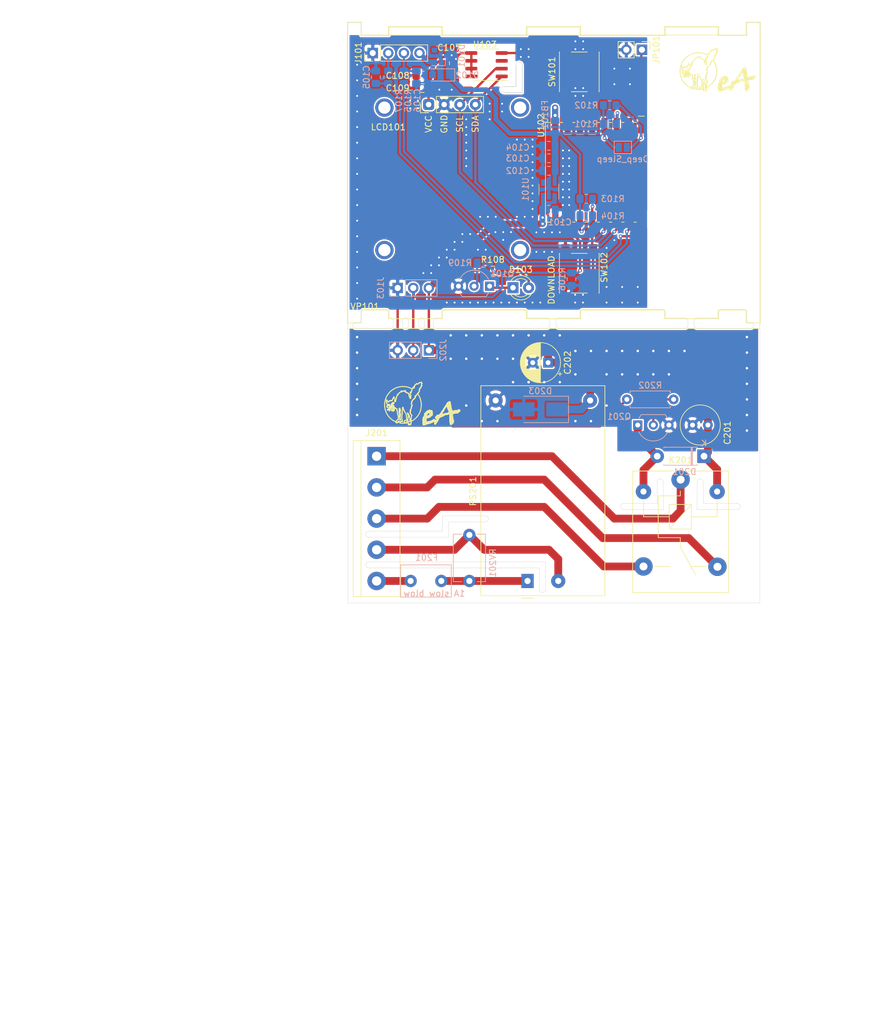
<source format=kicad_pcb>
(kicad_pcb (version 20171130) (host pcbnew "(5.1.10)-1")
  (layers (0 F.Cu signal) (31 B.Cu signal) (34 B.Paste user) (35 F.Paste user) (36 B.SilkS user) (37 F.SilkS user) (38 B.Mask user) (39 F.Mask user) (44 Edge.Cuts user))
  (net 0 "")
  (net 1 GND)
  (net 2 +3V3)
  (net 3 +5V)
  (net 4 /RX)
  (net 5 /TX)
  (net 6 "Net-(C106-Pad1)")
  (net 7 "Net-(D201-Pad2)")
  (net 8 "/Bottom Board/ACL")
  (net 9 "Net-(F201-Pad1)")
  (net 10 "Net-(FB101-Pad1)")
  (net 11 "Net-(J101-Pad2)")
  (net 12 /D1|SCL)
  (net 13 /D2|SDA)
  (net 14 "/Bottom Board/ACN")
  (net 15 "/Bottom Board/NO")
  (net 16 "/Bottom Board/NC")
  (net 17 "/Bottom Board/C")
  (net 18 /RST)
  (net 19 /D3)
  (net 20 /D0)
  (net 21 "Net-(Q201-Pad2)")
  (net 22 /EN)
  (net 23 /D4)
  (net 24 /D5|SCK)
  (net 25 "Net-(D103-Pad2)")
  (net 26 "Net-(D103-Pad1)")
  (net 27 D8)
  (net 28 "Net-(Q101-Pad2)")
  (net 29 "Net-(D101-Pad2)")
  (module Resistor_SMD:R_0805_2012Metric_Pad1.15x1.40mm_HandSolder (layer B.Cu) (at 122.183 60.198)
    (fp_text reference R109 (at -3.819 0 180) (layer B.SilkS) (effects (justify mirror)))
    (fp_text value 10k)
    (pad 2 smd roundrect (at 1.025 0) (size 1.15 1.4) (layers B.Cu B.Paste B.Mask) (roundrect_rratio 0.217391) (net 27 D8))
    (pad 1 smd roundrect (at -1.025 0) (size 1.15 1.4) (layers B.Cu B.Paste B.Mask) (roundrect_rratio 0.217391) (net 28 "Net-(Q101-Pad2)"))
  )
  (module Resistor_SMD:R_0805_2012Metric_Pad1.15x1.40mm_HandSolder (layer F.Cu) (at 123.698 61.468 180)
    (fp_text reference R108 (at 0 1.778) (layer F.SilkS))
    (fp_text value 330)
    (pad 2 smd roundrect (at 1.025 0 180) (size 1.15 1.4) (layers F.Cu F.Paste F.Mask) (roundrect_rratio 0.217391) (net 3 +5V))
    (pad 1 smd roundrect (at -1.025 0 180) (size 1.15 1.4) (layers F.Cu F.Paste F.Mask) (roundrect_rratio 0.217391) (net 25 "Net-(D103-Pad2)"))
  )
  (module Package_TO_SOT_THT:TO-92L_Inline_Wide (layer B.Cu) (at 123.19 64.008 180)
    (fp_text reference Q101 (at -2.032 2.032) (layer B.SilkS) (effects (justify mirror)))
    (fp_text value Q_NPN)
    (pad 1 thru_hole rect (at 0 0 90) (size 1.5 1.5) (drill 0.8) (layers *.Cu *.Mask) (net 26 "Net-(D103-Pad1)"))
    (pad 3 thru_hole circle (at 5.08 0 90) (size 1.5 1.5) (drill 0.8) (layers *.Cu *.Mask) (net 1 GND))
    (pad 2 thru_hole circle (at 2.54 0 90) (size 1.5 1.5) (drill 0.8) (layers *.Cu *.Mask) (net 28 "Net-(Q101-Pad2)"))
  )
  (module LED_THT:LED_D3.0mm (layer F.Cu) (at 127 64.262)
    (fp_text reference D103 (at 1.27 -2.96) (layer F.SilkS))
    (fp_text value LED)
    (pad 2 thru_hole circle (at 2.54 0) (size 1.8 1.8) (drill 0.9) (layers *.Cu *.Mask) (net 25 "Net-(D103-Pad2)"))
    (pad 1 thru_hole rect (at 0 0) (size 1.8 1.8) (drill 0.9) (layers *.Cu *.Mask) (net 26 "Net-(D103-Pad1)"))
  )
  (module pol:vimar_plana_3P (layer F.Cu) (at 100 70)
    (fp_text reference VP101 (at 2.87 -2.69) (layer F.SilkS))
    (fp_text value VimarPlana)
  )
  (module Capacitor_SMD:C_0805_2012Metric_Pad1.15x1.40mm_HandSolder (layer F.Cu) (at 112.268 31.75 180)
    (fp_text reference C109 (at 4.064 0) (layer F.SilkS))
    (fp_text value 100nF)
    (pad 2 smd roundrect (at 1.025 0 180) (size 1.15 1.4) (layers F.Cu F.Paste F.Mask) (roundrect_rratio 0.217391) (net 1 GND))
    (pad 1 smd roundrect (at -1.025 0 180) (size 1.15 1.4) (layers F.Cu F.Paste F.Mask) (roundrect_rratio 0.217391) (net 2 +3V3))
  )
  (module Capacitor_SMD:C_0805_2012Metric_Pad1.15x1.40mm_HandSolder (layer F.Cu) (at 112.268 29.718 180)
    (fp_text reference C108 (at 4.064 0) (layer F.SilkS))
    (fp_text value 10u)
    (pad 2 smd roundrect (at 1.025 0 180) (size 1.15 1.4) (layers F.Cu F.Paste F.Mask) (roundrect_rratio 0.217391) (net 1 GND))
    (pad 1 smd roundrect (at -1.025 0 180) (size 1.15 1.4) (layers F.Cu F.Paste F.Mask) (roundrect_rratio 0.217391) (net 2 +3V3))
  )
  (module pol:I2C_LCD_display_0.96 (layer F.Cu) (at 113.245 34.425)
    (fp_text reference LCD101 (at -6.565 3.675) (layer F.SilkS))
    (fp_text value I2C_LCD_display)
    (fp_text user VCC (at 0 3.175 90) (layer F.SilkS))
    (fp_text user GND (at 2.54 3.175 90) (layer F.SilkS))
    (fp_text user SCL (at 5.08 3.175 90) (layer F.SilkS))
    (fp_text user SDA (at 7.62 3.175 90) (layer F.SilkS))
    (pad "" thru_hole circle (at -7.2 0.5 90) (size 3 3) (drill 2) (layers *.Cu *.Mask))
    (pad "" thru_hole circle (at 14.91 23.7 90) (size 3 3) (drill 2) (layers *.Cu *.Mask))
    (pad "" thru_hole circle (at 14.91 0.5 90) (size 3 3) (drill 2) (layers *.Cu *.Mask))
    (pad "" thru_hole circle (at -7.2 23.7 90) (size 3 3) (drill 2) (layers *.Cu *.Mask))
    (pad 2 thru_hole circle (at 2.54 0 90) (size 1.8 1.8) (drill 0.9) (layers *.Cu *.Mask) (net 1 GND))
    (pad 1 thru_hole roundrect (at 0 0 90) (size 1.8 1.8) (drill 0.9) (layers *.Cu *.Mask) (net 2 +3V3))
    (pad 3 thru_hole circle (at 5.08 0 90) (size 1.8 1.8) (drill 0.9) (layers *.Cu *.Mask) (net 12 /D1|SCL))
    (pad 4 thru_hole circle (at 7.62 0 90) (size 1.8 1.8) (drill 0.9) (layers *.Cu *.Mask) (net 13 /D2|SDA))
  )
  (module Button_Switch_SMD:SW_Push_1P1T_NO_6x6mm_H9.5mm (layer F.Cu) (at 137.795 61.9 270)
    (fp_text reference SW102 (at -0.94 -4.05 90) (layer F.SilkS))
    (fp_text value SW_Push)
    (pad 2 smd rect (at 3.975 2.25 270) (size 1.55 1.3) (layers F.Cu F.Paste F.Mask) (net 1 GND))
    (pad 1 smd rect (at 3.975 -2.25 270) (size 1.55 1.3) (layers F.Cu F.Paste F.Mask) (net 19 /D3))
    (pad 1 smd rect (at -3.975 -2.25 270) (size 1.55 1.3) (layers F.Cu F.Paste F.Mask) (net 19 /D3))
    (pad 2 smd rect (at -3.975 2.25 270) (size 1.55 1.3) (layers F.Cu F.Paste F.Mask) (net 1 GND))
  )
  (module Button_Switch_SMD:SW_Push_1P1T_NO_6x6mm_H9.5mm (layer F.Cu) (at 137.795 29.1 270)
    (fp_text reference SW101 (at 0 4.445 90) (layer F.SilkS))
    (fp_text value SW_Push)
    (pad 2 smd rect (at 3.975 2.25 270) (size 1.55 1.3) (layers F.Cu F.Paste F.Mask) (net 1 GND))
    (pad 1 smd rect (at 3.975 -2.25 270) (size 1.55 1.3) (layers F.Cu F.Paste F.Mask) (net 24 /D5|SCK))
    (pad 1 smd rect (at -3.975 -2.25 270) (size 1.55 1.3) (layers F.Cu F.Paste F.Mask) (net 24 /D5|SCK))
    (pad 2 smd rect (at -3.975 2.25 270) (size 1.55 1.3) (layers F.Cu F.Paste F.Mask) (net 1 GND))
  )
  (module Resistor_SMD:R_0805_2012Metric_Pad1.15x1.40mm_HandSolder (layer B.Cu) (at 136.525 62.865 90)
    (fp_text reference R106 (at 0 -1.524 90) (layer B.SilkS) (effects (justify mirror)))
    (fp_text value 10k)
    (pad 2 smd roundrect (at 1.025 0 90) (size 1.15 1.4) (layers B.Cu B.Paste B.Mask) (roundrect_rratio 0.217391) (net 27 D8))
    (pad 1 smd roundrect (at -1.025 0 90) (size 1.15 1.4) (layers B.Cu B.Paste B.Mask) (roundrect_rratio 0.217391) (net 1 GND))
  )
  (module Capacitor_SMD:C_0805_2012Metric_Pad1.15x1.40mm_HandSolder (layer F.Cu) (at 117.348 27.686 270)
    (fp_text reference C107 (at -2.54 0.762) (layer F.SilkS))
    (fp_text value 100nF)
    (pad 2 smd roundrect (at 1.025 0 270) (size 1.15 1.4) (layers F.Cu F.Paste F.Mask) (roundrect_rratio 0.217391) (net 1 GND))
    (pad 1 smd roundrect (at -1.025 0 270) (size 1.15 1.4) (layers F.Cu F.Paste F.Mask) (roundrect_rratio 0.217391) (net 2 +3V3))
  )
  (module Capacitor_SMD:C_0805_2012Metric_Pad1.15x1.40mm_HandSolder (layer B.Cu) (at 132.842 41.148 180)
    (fp_text reference C104 (at 5.08 -0.254) (layer B.SilkS) (effects (justify mirror)))
    (fp_text value 100nF)
    (pad 2 smd roundrect (at 1.025 0 180) (size 1.15 1.4) (layers B.Cu B.Paste B.Mask) (roundrect_rratio 0.217391) (net 1 GND))
    (pad 1 smd roundrect (at -1.025 0 180) (size 1.15 1.4) (layers B.Cu B.Paste B.Mask) (roundrect_rratio 0.217391) (net 2 +3V3))
  )
  (module Connector_PinHeader_2.54mm:PinHeader_1x04_P2.54mm_Vertical (layer F.Cu) (at 104.14 26.035 90)
    (fp_text reference J101 (at 0 -2.33 90) (layer F.SilkS))
    (fp_text value SERIAL)
    (pad 4 thru_hole oval (at 0 7.62 90) (size 1.7 1.7) (drill 1) (layers *.Cu *.Mask) (net 29 "Net-(D101-Pad2)"))
    (pad 3 thru_hole oval (at 0 5.08 90) (size 1.7 1.7) (drill 1) (layers *.Cu *.Mask) (net 6 "Net-(C106-Pad1)"))
    (pad 2 thru_hole oval (at 0 2.54 90) (size 1.7 1.7) (drill 1) (layers *.Cu *.Mask) (net 11 "Net-(J101-Pad2)"))
    (pad 1 thru_hole rect (at 0 0 90) (size 1.7 1.7) (drill 1) (layers *.Cu *.Mask) (net 1 GND))
  )
  (module pol:a_black_cat (layer F.Cu) (at 154.178 32.258)
    (fp_text reference EA101)
    (fp_text value a_black_cat)
  )
  (module Diode_SMD:D_SOD-123F (layer B.Cu) (at 115.3 29.6 180)
    (fp_text reference D102 (at -4.276 -0.036 180) (layer B.SilkS) (effects (justify mirror)))
    (fp_text value "Schottky SOD-123" hide)
    (pad 2 smd rect (at 1.4 0 180) (size 1.1 1.1) (layers B.Cu B.Paste B.Mask) (net 29 "Net-(D101-Pad2)"))
    (pad 1 smd rect (at -1.4 0 180) (size 1.1 1.1) (layers B.Cu B.Paste B.Mask) (net 2 +3V3))
  )
  (module Package_SO:SOIC-8_3.9x4.9mm_P1.27mm (layer F.Cu) (at 122.682 27.94 180)
    (fp_text reference U103 (at 0.254 3.302 180) (layer F.SilkS))
    (fp_text value LM75C)
    (pad 8 smd roundrect (at 2.475 -1.905 180) (size 1.95 0.6) (layers F.Cu F.Paste F.Mask) (net 2 +3V3))
    (pad 7 smd roundrect (at 2.475 -0.635 180) (size 1.95 0.6) (layers F.Cu F.Paste F.Mask) (net 2 +3V3))
    (pad 6 smd roundrect (at 2.475 0.635 180) (size 1.95 0.6) (layers F.Cu F.Paste F.Mask) (net 2 +3V3))
    (pad 5 smd roundrect (at 2.475 1.905 180) (size 1.95 0.6) (layers F.Cu F.Paste F.Mask) (net 2 +3V3))
    (pad 4 smd roundrect (at -2.475 1.905 180) (size 1.95 0.6) (layers F.Cu F.Paste F.Mask) (net 1 GND))
    (pad 3 smd roundrect (at -2.475 0.635 180) (size 1.95 0.6) (layers F.Cu F.Paste F.Mask))
    (pad 2 smd roundrect (at -2.475 -0.635 180) (size 1.95 0.6) (layers F.Cu F.Paste F.Mask) (net 12 /D1|SCL))
    (pad 1 smd roundrect (at -2.475 -1.905 180) (size 1.95 0.6) (layers F.Cu F.Paste F.Mask) (net 13 /D2|SDA))
  )
  (module Connector_PinHeader_2.54mm:PinHeader_1x03_P2.54mm_Vertical (layer B.Cu) (at 113.284 74.449 90)
    (fp_text reference J202 (at 0 2.33 -90) (layer B.SilkS) (effects (justify mirror)))
    (fp_text value Conn_01x03_Female)
    (pad 3 thru_hole oval (at 0 -5.08 90) (size 1.7 1.7) (drill 1) (layers *.Cu *.Mask) (net 1 GND))
    (pad 2 thru_hole oval (at 0 -2.54 90) (size 1.7 1.7) (drill 1) (layers *.Cu *.Mask) (net 27 D8))
    (pad 1 thru_hole rect (at 0 0 90) (size 1.7 1.7) (drill 1) (layers *.Cu *.Mask) (net 3 +5V))
  )
  (module Connector_PinSocket_2.54mm:PinSocket_1x03_P2.54mm_Vertical (layer B.Cu) (at 108.204 64.3 270)
    (fp_text reference J103 (at 0 2.77 270) (layer B.SilkS) (effects (justify mirror)))
    (fp_text value Conn_01x03_Male)
    (pad 3 thru_hole oval (at 0 -5.08 270) (size 1.7 1.7) (drill 1) (layers *.Cu *.Mask) (net 3 +5V))
    (pad 2 thru_hole oval (at 0 -2.54 270) (size 1.7 1.7) (drill 1) (layers *.Cu *.Mask) (net 27 D8))
    (pad 1 thru_hole rect (at 0 0 270) (size 1.7 1.7) (drill 1) (layers *.Cu *.Mask) (net 1 GND))
  )
  (module Diode_SMD:D_SOT-23_ANK (layer B.Cu) (at 115.2 26.5)
    (fp_text reference D101 (at 3.43 -0.016 270) (layer B.SilkS) (effects (justify mirror)))
    (fp_text value "Schottky SOT-23" hide)
    (pad 1 smd rect (at 1 0) (size 0.9 0.8) (layers B.Cu B.Paste B.Mask) (net 2 +3V3))
    (pad "" smd rect (at -1 -0.95) (size 0.9 0.8) (layers B.Cu B.Paste B.Mask))
    (pad 2 smd rect (at -1 0.95) (size 0.9 0.8) (layers B.Cu B.Paste B.Mask) (net 29 "Net-(D101-Pad2)"))
  )
  (module RF_Module:ESP-07 (layer F.Cu) (at 143.002 45.466 270)
    (fp_text reference U102 (at -7.62 11.43 90) (layer F.SilkS))
    (fp_text value ESP-12F/ESP07)
    (pad 1 smd rect (at -7.6 -4.9 270) (size 2.5 1) (layers F.Cu F.Paste F.Mask) (net 18 /RST))
    (pad 2 smd rect (at -7.6 -2.9 270) (size 2.5 1) (layers F.Cu F.Paste F.Mask))
    (pad 3 smd rect (at -7.6 -0.9 270) (size 2.5 1) (layers F.Cu F.Paste F.Mask) (net 22 /EN))
    (pad 4 smd rect (at -7.6 1.1 270) (size 2.5 1) (layers F.Cu F.Paste F.Mask) (net 20 /D0))
    (pad 5 smd rect (at -7.6 3.1 270) (size 2.5 1) (layers F.Cu F.Paste F.Mask) (net 24 /D5|SCK))
    (pad 6 smd rect (at -7.6 5.1 270) (size 2.5 1) (layers F.Cu F.Paste F.Mask))
    (pad 7 smd rect (at -7.6 7.1 270) (size 2.5 1) (layers F.Cu F.Paste F.Mask))
    (pad 8 smd rect (at -7.6 9.1 270) (size 2.5 1) (layers F.Cu F.Paste F.Mask) (net 10 "Net-(FB101-Pad1)"))
    (pad 9 smd rect (at 7.6 9.1 270) (size 2.5 1) (layers F.Cu F.Paste F.Mask) (net 1 GND))
    (pad 10 smd rect (at 7.6 7.1 270) (size 2.5 1) (layers F.Cu F.Paste F.Mask) (net 27 D8))
    (pad 11 smd rect (at 7.6 5.1 270) (size 2.5 1) (layers F.Cu F.Paste F.Mask) (net 23 /D4))
    (pad 12 smd rect (at 7.6 3.1 270) (size 2.5 1) (layers F.Cu F.Paste F.Mask) (net 19 /D3))
    (pad 13 smd rect (at 7.6 1.1 270) (size 2.5 1) (layers F.Cu F.Paste F.Mask) (net 13 /D2|SDA))
    (pad 14 smd rect (at 7.6 -0.9 270) (size 2.5 1) (layers F.Cu F.Paste F.Mask) (net 12 /D1|SCL))
    (pad 15 smd rect (at 7.6 -2.9 270) (size 2.5 1) (layers F.Cu F.Paste F.Mask) (net 4 /RX))
    (pad 16 smd rect (at 7.6 -4.9 270) (size 2.5 1) (layers F.Cu F.Paste F.Mask) (net 5 /TX))
  )
  (module Package_TO_SOT_SMD:SOT-23-5 (layer B.Cu) (at 132.842 48.26 90)
    (fp_text reference U101 (at 0 -3.81 90) (layer B.SilkS) (effects (justify mirror)))
    (fp_text value TLV75533PDBV)
    (pad 5 smd rect (at 1.1 0.95 90) (size 1.06 0.65) (layers B.Cu B.Paste B.Mask) (net 2 +3V3))
    (pad 4 smd rect (at 1.1 -0.95 90) (size 1.06 0.65) (layers B.Cu B.Paste B.Mask))
    (pad 3 smd rect (at -1.1 -0.95 90) (size 1.06 0.65) (layers B.Cu B.Paste B.Mask) (net 3 +5V))
    (pad 2 smd rect (at -1.1 0 90) (size 1.06 0.65) (layers B.Cu B.Paste B.Mask) (net 1 GND))
    (pad 1 smd rect (at -1.1 0.95 90) (size 1.06 0.65) (layers B.Cu B.Paste B.Mask) (net 3 +5V))
  )
  (module Capacitor_THT:C_Disc_D7.5mm_W5.0mm_P7.50mm (layer B.Cu) (at 119.888 112.025 90)
    (fp_text reference RV201 (at 2.925 3.82 270) (layer B.SilkS) (effects (justify mirror)))
    (fp_text value 10D561K)
    (pad 2 thru_hole circle (at 7.5 0 90) (size 2 2) (drill 1) (layers *.Cu *.Mask) (net 14 "/Bottom Board/ACN"))
    (pad 1 thru_hole circle (at 0 0 90) (size 2 2) (drill 1) (layers *.Cu *.Mask) (net 9 "Net-(F201-Pad1)"))
  )
  (module Resistor_THT:R_Axial_DIN0207_L6.3mm_D2.5mm_P7.62mm_Horizontal (layer B.Cu) (at 153.162 82.45 180)
    (fp_text reference R202 (at 3.81 2.286) (layer B.SilkS) (effects (justify mirror)))
    (fp_text value 1k)
    (pad 2 thru_hole oval (at 7.62 0 180) (size 1.6 1.6) (drill 0.8) (layers *.Cu *.Mask) (net 27 D8))
    (pad 1 thru_hole circle (at 0 0 180) (size 1.6 1.6) (drill 0.8) (layers *.Cu *.Mask) (net 21 "Net-(Q201-Pad2)"))
  )
  (module Resistor_SMD:R_0805_2012Metric_Pad1.15x1.40mm_HandSolder (layer B.Cu) (at 106.68 29.972 270)
    (fp_text reference R107 (at 3.828 -1.72 90) (layer B.SilkS) (effects (justify mirror)))
    (fp_text value 330)
    (pad 2 smd roundrect (at 1.025 0 270) (size 1.15 1.4) (layers B.Cu B.Paste B.Mask) (roundrect_rratio 0.217391) (net 4 /RX))
    (pad 1 smd roundrect (at -1.025 0 270) (size 1.15 1.4) (layers B.Cu B.Paste B.Mask) (roundrect_rratio 0.217391) (net 11 "Net-(J101-Pad2)"))
  )
  (module Resistor_SMD:R_0805_2012Metric_Pad1.15x1.40mm_HandSolder (layer B.Cu) (at 109.22 29.972 270)
    (fp_text reference R105 (at 3.81 -0.68 270) (layer B.SilkS) (effects (justify mirror)))
    (fp_text value 330)
    (pad 2 smd roundrect (at 1.025 0 270) (size 1.15 1.4) (layers B.Cu B.Paste B.Mask) (roundrect_rratio 0.217391) (net 5 /TX))
    (pad 1 smd roundrect (at -1.025 0 270) (size 1.15 1.4) (layers B.Cu B.Paste B.Mask) (roundrect_rratio 0.217391) (net 6 "Net-(C106-Pad1)"))
  )
  (module Resistor_SMD:R_0805_2012Metric_Pad1.15x1.40mm_HandSolder (layer B.Cu) (at 138.938 52.578 180)
    (fp_text reference R104 (at -4.318 0) (layer B.SilkS) (effects (justify mirror)))
    (fp_text value 10k)
    (pad 2 smd roundrect (at 1.025 0 180) (size 1.15 1.4) (layers B.Cu B.Paste B.Mask) (roundrect_rratio 0.217391) (net 2 +3V3))
    (pad 1 smd roundrect (at -1.025 0 180) (size 1.15 1.4) (layers B.Cu B.Paste B.Mask) (roundrect_rratio 0.217391) (net 23 /D4))
  )
  (module Resistor_SMD:R_0805_2012Metric_Pad1.15x1.40mm_HandSolder (layer B.Cu) (at 138.938 49.784 180)
    (fp_text reference R103 (at -4.318 0) (layer B.SilkS) (effects (justify mirror)))
    (fp_text value 10k)
    (pad 2 smd roundrect (at 1.025 0 180) (size 1.15 1.4) (layers B.Cu B.Paste B.Mask) (roundrect_rratio 0.217391) (net 2 +3V3))
    (pad 1 smd roundrect (at -1.025 0 180) (size 1.15 1.4) (layers B.Cu B.Paste B.Mask) (roundrect_rratio 0.217391) (net 19 /D3))
  )
  (module Resistor_SMD:R_0805_2012Metric_Pad1.15x1.40mm_HandSolder (layer B.Cu) (at 142.748 34.544 180)
    (fp_text reference R102 (at 3.81 0) (layer B.SilkS) (effects (justify mirror)))
    (fp_text value 10k)
    (pad 2 smd roundrect (at 1.025 0 180) (size 1.15 1.4) (layers B.Cu B.Paste B.Mask) (roundrect_rratio 0.217391) (net 2 +3V3))
    (pad 1 smd roundrect (at -1.025 0 180) (size 1.15 1.4) (layers B.Cu B.Paste B.Mask) (roundrect_rratio 0.217391) (net 18 /RST))
  )
  (module Resistor_SMD:R_0805_2012Metric_Pad1.15x1.40mm_HandSolder (layer B.Cu) (at 142.748 37.592 180)
    (fp_text reference R101 (at 3.81 0) (layer B.SilkS) (effects (justify mirror)))
    (fp_text value 10k)
    (pad 2 smd roundrect (at 1.025 0 180) (size 1.15 1.4) (layers B.Cu B.Paste B.Mask) (roundrect_rratio 0.217391) (net 2 +3V3))
    (pad 1 smd roundrect (at -1.025 0 180) (size 1.15 1.4) (layers B.Cu B.Paste B.Mask) (roundrect_rratio 0.217391) (net 22 /EN))
  )
  (module Package_TO_SOT_THT:TO-92L_Inline_Wide (layer B.Cu) (at 147.32 86.625)
    (fp_text reference Q201 (at -3.048 -1.381) (layer B.SilkS) (effects (justify mirror)))
    (fp_text value Q_NPN)
    (pad 1 thru_hole rect (at 0 0 270) (size 1.5 1.5) (drill 0.8) (layers *.Cu *.Mask) (net 7 "Net-(D201-Pad2)"))
    (pad 3 thru_hole circle (at 5.08 0 270) (size 1.5 1.5) (drill 0.8) (layers *.Cu *.Mask) (net 1 GND))
    (pad 2 thru_hole circle (at 2.54 0 270) (size 1.5 1.5) (drill 0.8) (layers *.Cu *.Mask) (net 21 "Net-(Q201-Pad2)"))
  )
  (module Converter_ACDC:Converter_ACDC_HiLink_HLK-PMxx (layer F.Cu) (at 129.366 112.025 90)
    (fp_text reference PS201 (at 14.605 -8.89 90) (layer F.SilkS))
    (fp_text value HLK-PM01)
    (pad 4 thru_hole circle (at 29.4 10.2 90) (size 2.3 2.3) (drill 1) (layers *.Cu *.Mask) (net 3 +5V))
    (pad 2 thru_hole circle (at 0 5 90) (size 2.3 2.3) (drill 1) (layers *.Cu *.Mask) (net 14 "/Bottom Board/ACN"))
    (pad 1 thru_hole rect (at 0 0 90) (size 2.3 2) (drill 1) (layers *.Cu *.Mask) (net 9 "Net-(F201-Pad1)"))
    (pad 3 thru_hole circle (at 29.4 -5.2 90) (size 2.3 2.3) (drill 1) (layers *.Cu *.Mask) (net 1 GND))
  )
  (module Relay_THT:Relay_SPDT_SANYOU_SRD_Series_Form_C (layer F.Cu) (at 154.305 95.515 270)
    (fp_text reference K201 (at -3.175 0) (layer F.SilkS))
    (fp_text value SANYOU_SRD_Form_C)
    (pad 1 thru_hole circle (at 0 0) (size 3 3) (drill 1.3) (layers *.Cu *.Mask) (net 17 "/Bottom Board/C"))
    (pad 5 thru_hole circle (at 1.95 -5.95) (size 2.5 2.5) (drill 1) (layers *.Cu *.Mask) (net 3 +5V))
    (pad 4 thru_hole circle (at 14.2 -6) (size 3 3) (drill 1.3) (layers *.Cu *.Mask) (net 16 "/Bottom Board/NC"))
    (pad 3 thru_hole circle (at 14.15 6.05) (size 3 3) (drill 1.3) (layers *.Cu *.Mask) (net 15 "/Bottom Board/NO"))
    (pad 2 thru_hole circle (at 1.95 6.05) (size 2.5 2.5) (drill 1) (layers *.Cu *.Mask) (net 7 "Net-(D201-Pad2)"))
  )
  (module Jumper:SolderJumper-2_P1.3mm_Open_Pad1.0x1.5mm (layer B.Cu) (at 144.892 41.402 180)
    (fp_text reference JP103 hide)
    (fp_text value Deep_Sleep (at 0 -1.9) (layer B.SilkS) (effects (justify mirror)))
    (pad 1 smd rect (at -0.65 0 180) (size 1 1.5) (layers B.Cu B.Mask) (net 18 /RST))
    (pad 2 smd rect (at 0.65 0 180) (size 1 1.5) (layers B.Cu B.Mask) (net 20 /D0))
  )
  (module Connector_PinHeader_2.54mm:PinHeader_1x02_P2.54mm_Vertical (layer F.Cu) (at 148 25.5 270)
    (fp_text reference JP101 (at 0 -2.33 90) (layer F.SilkS))
    (fp_text value RST)
    (pad 2 thru_hole oval (at 0 2.54 270) (size 1.7 1.7) (drill 1) (layers *.Cu *.Mask) (net 1 GND))
    (pad 1 thru_hole rect (at 0 0 270) (size 1.7 1.7) (drill 1) (layers *.Cu *.Mask) (net 18 /RST))
  )
  (module TerminalBlock:TerminalBlock_bornier-5_P5.08mm (layer F.Cu) (at 104.775 91.705 270)
    (fp_text reference J201 (at -3.81 0 180) (layer F.SilkS))
    (fp_text value VAC)
    (pad 5 thru_hole circle (at 20.32 0 270) (size 3 3) (drill 1.52) (layers *.Cu *.Mask) (net 8 "/Bottom Board/ACL"))
    (pad 4 thru_hole circle (at 15.24 0 270) (size 3 3) (drill 1.52) (layers *.Cu *.Mask) (net 14 "/Bottom Board/ACN"))
    (pad 1 thru_hole rect (at 0 0 270) (size 3 3) (drill 1.52) (layers *.Cu *.Mask) (net 17 "/Bottom Board/C"))
    (pad 3 thru_hole circle (at 10.16 0 270) (size 3 3) (drill 1.52) (layers *.Cu *.Mask) (net 15 "/Bottom Board/NO"))
    (pad 2 thru_hole circle (at 5.08 0 270) (size 3 3) (drill 1.52) (layers *.Cu *.Mask) (net 16 "/Bottom Board/NC"))
  )
  (module Resistor_SMD:R_0805_2012Metric_Pad1.15x1.40mm_HandSolder (layer B.Cu) (at 133.858 38.1 270)
    (fp_text reference FB101 (at -2.032 1.65 90) (layer B.SilkS) (effects (justify mirror)))
    (fp_text value Ferrite_Bead)
    (pad 2 smd roundrect (at 1.025 0 270) (size 1.15 1.4) (layers B.Cu B.Paste B.Mask) (roundrect_rratio 0.217391) (net 2 +3V3))
    (pad 1 smd roundrect (at -1.025 0 270) (size 1.15 1.4) (layers B.Cu B.Paste B.Mask) (roundrect_rratio 0.217391) (net 10 "Net-(FB101-Pad1)"))
  )
  (module Capacitor_THT:C_Disc_D8.0mm_W5.0mm_P5.00mm (layer B.Cu) (at 115.316 112.025 180)
    (fp_text reference F201 (at 2.413 3.81 180) (layer B.SilkS) (effects (justify mirror)))
    (fp_text value "1A slow blow" (at 1.143 -2.021) (layer B.SilkS) (effects (justify mirror)))
    (pad 2 thru_hole circle (at 5 0 180) (size 2 2) (drill 1) (layers *.Cu *.Mask) (net 8 "/Bottom Board/ACL"))
    (pad 1 thru_hole circle (at 0 0 180) (size 2 2) (drill 1) (layers *.Cu *.Mask) (net 9 "Net-(F201-Pad1)"))
  )
  (module pol:a_black_cat (layer F.Cu) (at 106.045 86.625)
    (fp_text reference EA201)
    (fp_text value a_black_cat)
  )
  (module Diode_SMD:D_SMB_Handsoldering (layer B.Cu) (at 131.445 84.085 180)
    (fp_text reference D203 (at 0 3) (layer B.SilkS) (effects (justify mirror)))
    (fp_text value SMBJ5.0A)
    (pad 2 smd rect (at 2.7 0 180) (size 3.5 2.3) (layers B.Cu B.Paste B.Mask) (net 1 GND))
    (pad 1 smd rect (at -2.7 0 180) (size 3.5 2.3) (layers B.Cu B.Paste B.Mask) (net 3 +5V))
  )
  (module Diode_THT:D_DO-41_SOD81_P7.62mm_Horizontal (layer B.Cu) (at 158.115 91.705 180)
    (fp_text reference D201 (at 3.175 -2.54) (layer B.SilkS) (effects (justify mirror)))
    (fp_text value 1N4001)
    (fp_text user K (at 0 2.1) (layer B.SilkS) (effects (justify mirror)))
    (pad 2 thru_hole oval (at 7.62 0 180) (size 2.2 2.2) (drill 1.1) (layers *.Cu *.Mask) (net 7 "Net-(D201-Pad2)"))
    (pad 1 thru_hole rect (at 0 0 180) (size 2.2 2.2) (drill 1.1) (layers *.Cu *.Mask) (net 3 +5V))
  )
  (module Capacitor_THT:CP_Radial_D6.3mm_P2.50mm (layer F.Cu) (at 132.715 76.465 180)
    (fp_text reference C202 (at -3.175 0 90) (layer F.SilkS))
    (fp_text value 100u)
    (pad 2 thru_hole circle (at 2.5 0 180) (size 1.6 1.6) (drill 0.8) (layers *.Cu *.Mask) (net 1 GND))
    (pad 1 thru_hole rect (at 0 0 180) (size 1.6 1.6) (drill 0.8) (layers *.Cu *.Mask) (net 3 +5V))
  )
  (module Capacitor_THT:C_Radial_D6.3mm_H5.0mm_P2.50mm (layer F.Cu) (at 158.75 86.625 180)
    (fp_text reference C201 (at -3.175 -1.27 90) (layer F.SilkS))
    (fp_text value 10u)
    (pad 2 thru_hole circle (at 2.5 0 180) (size 1.6 1.6) (drill 0.8) (layers *.Cu *.Mask) (net 1 GND))
    (pad 1 thru_hole circle (at 0 0 180) (size 1.6 1.6) (drill 0.8) (layers *.Cu *.Mask) (net 3 +5V))
  )
  (module Capacitor_SMD:C_0805_2012Metric_Pad1.15x1.40mm_HandSolder (layer B.Cu) (at 111.252 29.972 270)
    (fp_text reference C106 (at 3.81 -0.148 270) (layer B.SilkS) (effects (justify mirror)))
    (fp_text value 100p)
    (pad 2 smd roundrect (at 1.025 0 270) (size 1.15 1.4) (layers B.Cu B.Paste B.Mask) (roundrect_rratio 0.217391) (net 1 GND))
    (pad 1 smd roundrect (at -1.025 0 270) (size 1.15 1.4) (layers B.Cu B.Paste B.Mask) (roundrect_rratio 0.217391) (net 6 "Net-(C106-Pad1)"))
  )
  (module Capacitor_SMD:C_0805_2012Metric_Pad1.15x1.40mm_HandSolder (layer B.Cu) (at 104.648 29.972 90)
    (fp_text reference C105 (at 0 -1.524 270) (layer B.SilkS) (effects (justify mirror)))
    (fp_text value 100p)
    (pad 2 smd roundrect (at 1.025 0 90) (size 1.15 1.4) (layers B.Cu B.Paste B.Mask) (roundrect_rratio 0.217391) (net 1 GND))
    (pad 1 smd roundrect (at -1.025 0 90) (size 1.15 1.4) (layers B.Cu B.Paste B.Mask) (roundrect_rratio 0.217391) (net 4 /RX))
  )
  (module Capacitor_SMD:C_0805_2012Metric_Pad1.15x1.40mm_HandSolder (layer B.Cu) (at 132.842 43.18 180)
    (fp_text reference C103 (at 5.08 0) (layer B.SilkS) (effects (justify mirror)))
    (fp_text value 1u)
    (pad 2 smd roundrect (at 1.025 0 180) (size 1.15 1.4) (layers B.Cu B.Paste B.Mask) (roundrect_rratio 0.217391) (net 1 GND))
    (pad 1 smd roundrect (at -1.025 0 180) (size 1.15 1.4) (layers B.Cu B.Paste B.Mask) (roundrect_rratio 0.217391) (net 2 +3V3))
  )
  (module Capacitor_SMD:C_0805_2012Metric_Pad1.15x1.40mm_HandSolder (layer B.Cu) (at 132.842 45.212 180)
    (fp_text reference C102 (at 5.08 0) (layer B.SilkS) (effects (justify mirror)))
    (fp_text value 10u)
    (pad 2 smd roundrect (at 1.025 0 180) (size 1.15 1.4) (layers B.Cu B.Paste B.Mask) (roundrect_rratio 0.217391) (net 1 GND))
    (pad 1 smd roundrect (at -1.025 0 180) (size 1.15 1.4) (layers B.Cu B.Paste B.Mask) (roundrect_rratio 0.217391) (net 2 +3V3))
  )
  (module Capacitor_SMD:C_0805_2012Metric_Pad1.15x1.40mm_HandSolder (layer B.Cu) (at 132.851 51.562)
    (fp_text reference C101 (at 1.769 2.032) (layer B.SilkS) (effects (justify mirror)))
    (fp_text value 1u)
    (pad 2 smd roundrect (at 1.025 0) (size 1.15 1.4) (layers B.Cu B.Paste B.Mask) (roundrect_rratio 0.217391) (net 1 GND))
    (pad 1 smd roundrect (at -1.025 0) (size 1.15 1.4) (layers B.Cu B.Paste B.Mask) (roundrect_rratio 0.217391) (net 3 +5V))
  )
  (gr_line (start 137.9 69.2) (end 137.9 68.3) (layer Edge.Cuts) (width 0.05))
  (gr_line (start 134.5 69.2) (end 137.9 69.2) (layer Edge.Cuts) (width 0.05))
  (gr_line (start 129.3 69.2) (end 129.3 68.3) (layer Edge.Cuts) (width 0.05))
  (gr_line (start 132.5 69.2) (end 129.3 69.2) (layer Edge.Cuts) (width 0.05))
  (gr_line (start 151.8 69.2) (end 151.8 68.3) (layer Edge.Cuts) (width 0.05))
  (gr_line (start 155 69.2) (end 151.8 69.2) (layer Edge.Cuts) (width 0.05))
  (gr_line (start 160.4 69.2) (end 157 69.2) (layer Edge.Cuts) (width 0.05))
  (gr_line (start 160.4 68.3) (end 160.4 69.2) (layer Edge.Cuts) (width 0.05))
  (gr_arc (start 112.1 70.4) (end 111.6 70.4) (angle -180) (layer Edge.Cuts) (width 0.05))
  (gr_arc (start 112.1 69.7) (end 112.6 69.7) (angle -180) (layer Edge.Cuts) (width 0.05))
  (gr_line (start 112.6 69.7) (end 112.6 70.4) (layer Edge.Cuts) (width 0.05))
  (gr_line (start 111.6 69.7) (end 111.6 70.4) (layer Edge.Cuts) (width 0.05))
  (gr_line (start 110 69.7) (end 110 70.4) (layer Edge.Cuts) (width 0.05))
  (gr_line (start 109 69.7) (end 109 70.4) (layer Edge.Cuts) (width 0.05))
  (gr_arc (start 109.5 69.7) (end 110 69.7) (angle -180) (layer Edge.Cuts) (width 0.05))
  (gr_arc (start 109.5 70.4) (end 109 70.4) (angle -180) (layer Edge.Cuts) (width 0.05))
  (gr_line (start 107.5 69.7) (end 107.5 70.4) (layer Edge.Cuts) (width 0.05))
  (gr_arc (start 107 69.7) (end 107.5 69.7) (angle -90) (layer Edge.Cuts) (width 0.05))
  (gr_line (start 114 69.7) (end 114 70.4) (layer Edge.Cuts) (width 0.05))
  (gr_arc (start 114.5 69.7) (end 114.5 69.2) (angle -90) (layer Edge.Cuts) (width 0.05))
  (gr_arc (start 114.5 70.4) (end 114 70.4) (angle -90) (layer Edge.Cuts) (width 0.05))
  (gr_arc (start 155 69.7) (end 155.5 69.7) (angle -90) (layer Edge.Cuts) (width 0.05))
  (gr_arc (start 155 70.4) (end 155 70.9) (angle -90) (layer Edge.Cuts) (width 0.05))
  (gr_arc (start 157 70.4) (end 156.5 70.4) (angle -90) (layer Edge.Cuts) (width 0.05))
  (gr_arc (start 157 69.7) (end 157 69.2) (angle -90) (layer Edge.Cuts) (width 0.05))
  (gr_line (start 155.5 70.4) (end 155.5 69.7) (layer Edge.Cuts) (width 0.05))
  (gr_line (start 156.5 70.4) (end 156.5 69.7) (layer Edge.Cuts) (width 0.05))
  (gr_line (start 134 70.4) (end 134 69.7) (layer Edge.Cuts) (width 0.05))
  (gr_arc (start 134.5 70.4) (end 134 70.4) (angle -90) (layer Edge.Cuts) (width 0.05))
  (gr_arc (start 134.5 69.7) (end 134.5 69.2) (angle -90) (layer Edge.Cuts) (width 0.05))
  (gr_line (start 133 70.4) (end 133 69.7) (layer Edge.Cuts) (width 0.05))
  (gr_arc (start 132.5 70.4) (end 132.5 70.9) (angle -90) (layer Edge.Cuts) (width 0.05))
  (gr_arc (start 132.5 69.7) (end 133 69.7) (angle -90) (layer Edge.Cuts) (width 0.05))
  (gr_line (start 106.8 69.2) (end 106.8 68.3) (layer Edge.Cuts) (width 0.05))
  (gr_line (start 102.2 68.3) (end 102.2 69.9) (layer Edge.Cuts) (width 0.05))
  (gr_line (start 165.1 68.3) (end 165.1 69.9) (layer Edge.Cuts) (width 0.05))
  (gr_arc (start 160.9 68.3) (end 160.9 67.8) (angle -90) (layer Edge.Cuts) (width 0.05))
  (gr_line (start 115.4 68.3) (end 115.4 69.2) (layer Edge.Cuts) (width 0.05))
  (gr_line (start 115.9 67.8) (end 128.8 67.8) (layer Edge.Cuts) (width 0.05))
  (gr_arc (start 115.9 68.3) (end 115.9 67.8) (angle -90) (layer Edge.Cuts) (width 0.05))
  (gr_arc (start 128.8 68.3) (end 129.3 68.3) (angle -90) (layer Edge.Cuts) (width 0.05))
  (gr_line (start 132.5 70.9) (end 114.5 70.9) (layer Edge.Cuts) (width 0.05))
  (gr_arc (start 151.3 68.3) (end 151.8 68.3) (angle -90) (layer Edge.Cuts) (width 0.05))
  (gr_line (start 155 70.9) (end 134.5 70.9) (layer Edge.Cuts) (width 0.05))
  (gr_arc (start 138.4 68.3) (end 138.4 67.8) (angle -90) (layer Edge.Cuts) (width 0.05))
  (gr_line (start 138.4 67.8) (end 151.3 67.8) (layer Edge.Cuts) (width 0.05))
  (gr_arc (start 165.7 70.4) (end 165.7 70.9) (angle -180) (layer Edge.Cuts) (width 0.05))
  (gr_line (start 165.7 70.9) (end 157 70.9) (layer Edge.Cuts) (width 0.05))
  (gr_line (start 165.1 69.9) (end 165.7 69.9) (layer Edge.Cuts) (width 0.05))
  (gr_line (start 160.9 67.8) (end 164.6 67.8) (layer Edge.Cuts) (width 0.05))
  (gr_arc (start 164.6 68.3) (end 165.1 68.3) (angle -90) (layer Edge.Cuts) (width 0.05))
  (gr_line (start 106.8 69.2) (end 107 69.2) (layer Edge.Cuts) (width 0.05))
  (gr_line (start 102.2 69.9) (end 101.4 69.9) (layer Edge.Cuts) (width 0.05))
  (gr_text DOWNLOAD (at 133.25 63 90) (layer F.SilkS) (effects (font (size 1 1))))
  (gr_arc (start 106.3 68.3) (end 106.8 68.3) (angle -90) (layer Edge.Cuts) (width 0.05))
  (gr_arc (start 102.7 68.3) (end 102.7 67.8) (angle -90) (layer Edge.Cuts) (width 0.05))
  (gr_line (start 102.7 67.8) (end 106.3 67.8) (layer Edge.Cuts) (width 0.05))
  (gr_line (start 107 70.9) (end 101.4 70.9) (layer Edge.Cuts) (width 0.05))
  (gr_arc (start 107 70.4) (end 107 70.9) (angle -90) (layer Edge.Cuts) (width 0.05))
  (gr_arc (start 101.4 70.4) (end 101.4 69.9) (angle -180) (layer Edge.Cuts) (width 0.05))
  (gr_line (start 114.5 69.2) (end 115.4 69.2) (layer Edge.Cuts) (width 0.05))
  (gr_arc (start 128 28) (end 128.5 28) (angle -180) (layer Edge.Cuts) (width 0.05))
  (gr_arc (start 125.5 32) (end 125.5 31.5) (angle -180) (layer Edge.Cuts) (width 0.05))
  (gr_line (start 128.5 28) (end 128.5 32.5) (layer Edge.Cuts) (width 0.1))
  (gr_line (start 127.5 31.5) (end 127.5 28) (layer Edge.Cuts) (width 0.1))
  (gr_line (start 125.5 31.5) (end 127.5 31.5) (layer Edge.Cuts) (width 0.1))
  (gr_line (start 128.5 32.5) (end 125.5 32.5) (layer Edge.Cuts) (width 0.1))
  (gr_line (start 158 99.4) (end 158 95.9) (layer Edge.Cuts) (width 0.05))
  (gr_arc (start 157.5 95.9) (end 157 95.9) (angle 180) (layer Edge.Cuts) (width 0.05))
  (gr_line (start 157 100.4) (end 157 95.9) (layer Edge.Cuts) (width 0.05))
  (gr_line (start 163.5 99.4) (end 158 99.4) (layer Edge.Cuts) (width 0.05))
  (gr_arc (start 163.5 99.9) (end 163.5 99.4) (angle 180) (layer Edge.Cuts) (width 0.05))
  (gr_line (start 163.5 100.4) (end 157 100.4) (layer Edge.Cuts) (width 0.05))
  (gr_arc (start 151 95.9) (end 151.5 95.9) (angle -180) (layer Edge.Cuts) (width 0.05))
  (gr_line (start 151.5 100.4) (end 151.5 95.9) (layer Edge.Cuts) (width 0.05))
  (gr_line (start 145 100.4) (end 151.5 100.4) (layer Edge.Cuts) (width 0.05))
  (gr_line (start 150.5 99.4) (end 150.5 95.9) (layer Edge.Cuts) (width 0.05))
  (gr_line (start 145 99.4) (end 150.5 99.4) (layer Edge.Cuts) (width 0.05))
  (gr_arc (start 145 99.9) (end 145 99.4) (angle -180) (layer Edge.Cuts) (width 0.05))
  (gr_line (start 115.5 101.4) (end 122.5 101.4) (layer Edge.Cuts) (width 0.05))
  (gr_line (start 115.5 103.9) (end 115.5 101.4) (layer Edge.Cuts) (width 0.05))
  (gr_line (start 116.5 102.4) (end 122.5 102.4) (layer Edge.Cuts) (width 0.05))
  (gr_line (start 116.5 104.9) (end 116.5 102.4) (layer Edge.Cuts) (width 0.05))
  (gr_arc (start 122.5 101.9) (end 122.5 102.4) (angle -180) (layer Edge.Cuts) (width 0.05))
  (gr_line (start 103.5 104.9) (end 116.5 104.9) (layer Edge.Cuts) (width 0.05))
  (gr_line (start 115.5 103.9) (end 103.5 103.9) (layer Edge.Cuts) (width 0.05))
  (gr_arc (start 103.5 104.4) (end 103.5 103.9) (angle -180) (layer Edge.Cuts) (width 0.05))
  (gr_arc (start 131.8 113.4) (end 131.3 113.4) (angle -180) (layer Edge.Cuts) (width 0.05))
  (gr_line (start 131.3 109.9) (end 131.3 113.4) (layer Edge.Cuts) (width 0.05))
  (gr_line (start 132.3 108.9) (end 132.3 113.4) (layer Edge.Cuts) (width 0.05))
  (gr_line (start 103.5 109.9) (end 131.3 109.9) (layer Edge.Cuts) (width 0.05))
  (gr_line (start 103.5 108.9) (end 132.3 108.9) (layer Edge.Cuts) (width 0.05))
  (gr_arc (start 103.5 109.4) (end 103.5 108.9) (angle -180) (layer Edge.Cuts) (width 0.05))
  (gr_line (start 100.1 70.9) (end 167.2 70.9) (layer F.SilkS) (width 0.12))
  (gr_line (start 165.1 21.1) (end 167.2 21.1) (layer Edge.Cuts) (width 0.05))
  (gr_line (start 165.1 23.2) (end 165.1 21.1) (layer Edge.Cuts) (width 0.05))
  (gr_line (start 160.4 23.2) (end 165.1 23.2) (layer Edge.Cuts) (width 0.05))
  (gr_line (start 160.4 21.8) (end 160.4 23.2) (layer Edge.Cuts) (width 0.05))
  (gr_line (start 151.8 21.8) (end 160.4 21.8) (layer Edge.Cuts) (width 0.05))
  (gr_line (start 151.8 23.2) (end 151.8 21.8) (layer Edge.Cuts) (width 0.05))
  (gr_line (start 137.9 23.2) (end 151.8 23.2) (layer Edge.Cuts) (width 0.05))
  (gr_line (start 137.9 21.8) (end 137.9 23.2) (layer Edge.Cuts) (width 0.05))
  (gr_line (start 129.3 21.8) (end 137.9 21.8) (layer Edge.Cuts) (width 0.05))
  (gr_line (start 129.3 23.2) (end 129.3 21.8) (layer Edge.Cuts) (width 0.05))
  (gr_line (start 115.4 23.2) (end 129.3 23.2) (layer Edge.Cuts) (width 0.05))
  (gr_line (start 115.4 21.8) (end 115.4 23.2) (layer Edge.Cuts) (width 0.05))
  (gr_line (start 106.8 21.8) (end 115.4 21.8) (layer Edge.Cuts) (width 0.05))
  (gr_line (start 106.8 23.2) (end 106.8 21.8) (layer Edge.Cuts) (width 0.05))
  (gr_line (start 102.2 23.2) (end 106.8 23.2) (layer Edge.Cuts) (width 0.05))
  (gr_line (start 102.2 21.1) (end 102.2 23.2) (layer Edge.Cuts) (width 0.05))
  (gr_line (start 167.2 70) (end 167.2 21.1) (layer Edge.Cuts) (width 0.05))
  (gr_line (start 100.1 21.1) (end 100.1 70.1) (layer Edge.Cuts) (width 0.05))
  (gr_line (start 100.1 21.1) (end 102.2 21.1) (layer Edge.Cuts) (width 0.05))
  (gr_line (start 100.1 115.6) (end 100.1 70.1) (layer Edge.Cuts) (width 0.05))
  (gr_line (start 167.2 115.6) (end 100.1 115.6) (layer Edge.Cuts) (width 0.05))
  (gr_line (start 167.2 70) (end 167.2 115.6) (layer Edge.Cuts) (width 0.05))
  (via (at 130.175 52.705) (size 0.6) (drill 0.3) (layers F.Cu B.Cu) (net 1))
  (via (at 130.175 51.435) (size 0.6) (drill 0.3) (layers F.Cu B.Cu) (net 1))
  (via (at 130.175 50.165) (size 0.6) (drill 0.3) (layers F.Cu B.Cu) (net 1))
  (via (at 130.175 48.895) (size 0.6) (drill 0.3) (layers F.Cu B.Cu) (net 1))
  (via (at 128.905 52.705) (size 0.6) (drill 0.3) (layers F.Cu B.Cu) (net 1))
  (via (at 127.635 52.705) (size 0.6) (drill 0.3) (layers F.Cu B.Cu) (net 1))
  (via (at 127.635 40.132) (size 0.6) (drill 0.3) (layers F.Cu B.Cu) (net 1))
  (via (at 130.175 47.625) (size 0.6) (drill 0.3) (layers F.Cu B.Cu) (net 1))
  (via (at 130.175 43.815) (size 0.6) (drill 0.3) (layers F.Cu B.Cu) (net 1))
  (via (at 130.175 42.545) (size 0.6) (drill 0.3) (layers F.Cu B.Cu) (net 1))
  (via (at 130.175 45.085) (size 0.6) (drill 0.3) (layers F.Cu B.Cu) (net 1))
  (via (at 130.175 41.275) (size 0.6) (drill 0.3) (layers F.Cu B.Cu) (net 1))
  (via (at 130.175 46.355) (size 0.6) (drill 0.3) (layers F.Cu B.Cu) (net 1))
  (via (at 130.175 40.132) (size 0.6) (drill 0.3) (layers F.Cu B.Cu) (net 1))
  (via (at 128.905 40.132) (size 0.6) (drill 0.3) (layers F.Cu B.Cu) (net 1))
  (via (at 116.84 72.02) (size 0.8) (drill 0.4) (layers F.Cu B.Cu) (net 1))
  (via (at 119.38 72.02) (size 0.8) (drill 0.4) (layers F.Cu B.Cu) (net 1))
  (via (at 121.92 72.02) (size 0.8) (drill 0.4) (layers F.Cu B.Cu) (net 1))
  (via (at 124.46 72.02) (size 0.8) (drill 0.4) (layers F.Cu B.Cu) (net 1))
  (via (at 127 72.02) (size 0.8) (drill 0.4) (layers F.Cu B.Cu) (net 1))
  (via (at 129.54 72.02) (size 0.8) (drill 0.4) (layers F.Cu B.Cu) (net 1))
  (via (at 132.08 72.02) (size 0.8) (drill 0.4) (layers F.Cu B.Cu) (net 1))
  (via (at 134.62 72.02) (size 0.8) (drill 0.4) (layers F.Cu B.Cu) (net 1))
  (via (at 137.16 74.56) (size 0.8) (drill 0.4) (layers F.Cu B.Cu) (net 1))
  (via (at 139.7 74.56) (size 0.8) (drill 0.4) (layers F.Cu B.Cu) (net 1))
  (via (at 142.24 74.56) (size 0.8) (drill 0.4) (layers F.Cu B.Cu) (net 1))
  (via (at 144.78 74.56) (size 0.8) (drill 0.4) (layers F.Cu B.Cu) (net 1))
  (via (at 147.32 74.56) (size 0.8) (drill 0.4) (layers F.Cu B.Cu) (net 1))
  (via (at 149.86 74.56) (size 0.8) (drill 0.4) (layers F.Cu B.Cu) (net 1))
  (via (at 152.4 74.56) (size 0.8) (drill 0.4) (layers F.Cu B.Cu) (net 1))
  (via (at 154.94 74.56) (size 0.8) (drill 0.4) (layers F.Cu B.Cu) (net 1))
  (via (at 152.4 78.37) (size 0.8) (drill 0.4) (layers F.Cu B.Cu) (net 1))
  (via (at 149.86 78.37) (size 0.8) (drill 0.4) (layers F.Cu B.Cu) (net 1))
  (via (at 147.32 78.37) (size 0.8) (drill 0.4) (layers F.Cu B.Cu) (net 1))
  (via (at 144.78 78.37) (size 0.8) (drill 0.4) (layers F.Cu B.Cu) (net 1))
  (via (at 142.24 78.37) (size 0.8) (drill 0.4) (layers F.Cu B.Cu) (net 1))
  (via (at 137.16 78.37) (size 0.8) (drill 0.4) (layers F.Cu B.Cu) (net 1))
  (via (at 124.46 75.83) (size 0.8) (drill 0.4) (layers F.Cu B.Cu) (net 1))
  (via (at 121.92 75.83) (size 0.8) (drill 0.4) (layers F.Cu B.Cu) (net 1))
  (via (at 119.38 75.83) (size 0.8) (drill 0.4) (layers F.Cu B.Cu) (net 1))
  (via (at 116.84 75.83) (size 0.8) (drill 0.4) (layers F.Cu B.Cu) (net 1))
  (via (at 127 75.83) (size 0.8) (drill 0.4) (layers F.Cu B.Cu) (net 1))
  (via (at 121.92 85.99) (size 0.8) (drill 0.4) (layers F.Cu B.Cu) (net 1))
  (via (at 124.46 85.99) (size 0.8) (drill 0.4) (layers F.Cu B.Cu) (net 1))
  (via (at 137.16 85.99) (size 0.8) (drill 0.4) (layers F.Cu B.Cu) (net 1))
  (via (at 139.7 85.99) (size 0.8) (drill 0.4) (layers F.Cu B.Cu) (net 1))
  (via (at 142.24 83.45) (size 0.8) (drill 0.4) (layers F.Cu B.Cu) (net 1))
  (via (at 119.38 83.45) (size 0.8) (drill 0.4) (layers F.Cu B.Cu) (net 1))
  (via (at 127 79.64) (size 0.8) (drill 0.4) (layers F.Cu B.Cu) (net 1))
  (via (at 129.54 79.64) (size 0.8) (drill 0.4) (layers F.Cu B.Cu) (net 1))
  (via (at 129.54 79.64) (size 0.8) (drill 0.4) (layers F.Cu B.Cu) (net 1))
  (via (at 132.08 79.64) (size 0.8) (drill 0.4) (layers F.Cu B.Cu) (net 1))
  (via (at 134.62 79.64) (size 0.8) (drill 0.4) (layers F.Cu B.Cu) (net 1))
  (via (at 119.38 36.83) (size 0.6) (drill 0.3) (layers F.Cu B.Cu) (net 1))
  (via (at 119.38 38.1) (size 0.6) (drill 0.3) (layers F.Cu B.Cu) (net 1))
  (via (at 119.38 39.37) (size 0.6) (drill 0.3) (layers F.Cu B.Cu) (net 1))
  (via (at 119.38 40.64) (size 0.6) (drill 0.3) (layers F.Cu B.Cu) (net 1))
  (via (at 119.38 41.91) (size 0.6) (drill 0.3) (layers F.Cu B.Cu) (net 1))
  (via (at 119.38 43.18) (size 0.6) (drill 0.3) (layers F.Cu B.Cu) (net 1))
  (via (at 119.38 44.45) (size 0.6) (drill 0.3) (layers F.Cu B.Cu) (net 1))
  (via (at 130.81 58.42) (size 0.6) (drill 0.3) (layers F.Cu B.Cu) (net 1))
  (via (at 132.08 58.42) (size 0.6) (drill 0.3) (layers F.Cu B.Cu) (net 1))
  (via (at 133.35 58.42) (size 0.6) (drill 0.3) (layers F.Cu B.Cu) (net 1))
  (via (at 142.24 57.785) (size 0.6) (drill 0.3) (layers F.Cu B.Cu) (net 1))
  (via (at 143.51 56.515) (size 0.6) (drill 0.3) (layers F.Cu B.Cu) (net 1))
  (via (at 135.128 50.8) (size 0.6) (drill 0.3) (layers F.Cu B.Cu) (net 1))
  (via (at 135.128 49.53) (size 0.6) (drill 0.3) (layers F.Cu B.Cu) (net 1))
  (via (at 135.128 48.26) (size 0.6) (drill 0.3) (layers F.Cu B.Cu) (net 1))
  (via (at 135.128 46.99) (size 0.6) (drill 0.3) (layers F.Cu B.Cu) (net 1))
  (via (at 136.144 45.72) (size 0.6) (drill 0.3) (layers F.Cu B.Cu) (net 1))
  (via (at 136.144 44.45) (size 0.6) (drill 0.3) (layers F.Cu B.Cu) (net 1))
  (via (at 136.144 43.18) (size 0.6) (drill 0.3) (layers F.Cu B.Cu) (net 1))
  (via (at 136.144 41.91) (size 0.6) (drill 0.3) (layers F.Cu B.Cu) (net 1))
  (via (at 134.62 55.245) (size 0.6) (drill 0.3) (layers F.Cu B.Cu) (net 1))
  (via (at 133.35 55.245) (size 0.6) (drill 0.3) (layers F.Cu B.Cu) (net 1))
  (via (at 132.08 55.245) (size 0.6) (drill 0.3) (layers F.Cu B.Cu) (net 1))
  (via (at 130.81 55.245) (size 0.6) (drill 0.3) (layers F.Cu B.Cu) (net 1))
  (via (at 136.144 46.99) (size 0.6) (drill 0.3) (layers F.Cu B.Cu) (net 1))
  (via (at 136.144 48.26) (size 0.6) (drill 0.3) (layers F.Cu B.Cu) (net 1))
  (via (at 136.144 50.8) (size 0.6) (drill 0.3) (layers F.Cu B.Cu) (net 1))
  (via (at 136.144 49.53) (size 0.6) (drill 0.3) (layers F.Cu B.Cu) (net 1))
  (via (at 135.128 45.72) (size 0.6) (drill 0.3) (layers F.Cu B.Cu) (net 1))
  (via (at 135.128 44.45) (size 0.6) (drill 0.3) (layers F.Cu B.Cu) (net 1))
  (via (at 135.128 43.18) (size 0.6) (drill 0.3) (layers F.Cu B.Cu) (net 1))
  (via (at 135.128 41.91) (size 0.6) (drill 0.3) (layers F.Cu B.Cu) (net 1))
  (segment (start 125.157 26.035) (end 127.635 26.035) (width 0.381) (layer F.Cu) (net 1))
  (segment (start 127.635 26.035) (end 128.27 26.035) (width 0.381) (layer F.Cu) (net 1))
  (via (at 123.19 34.29) (size 0.6) (drill 0.3) (layers F.Cu B.Cu) (net 1))
  (via (at 128.27 25.4) (size 0.6) (drill 0.3) (layers F.Cu B.Cu) (net 1))
  (via (at 128.27 26.67) (size 0.6) (drill 0.3) (layers F.Cu B.Cu) (net 1))
  (via (at 129.54 26.67) (size 0.6) (drill 0.3) (layers F.Cu B.Cu) (net 1))
  (via (at 129.54 25.4) (size 0.6) (drill 0.3) (layers F.Cu B.Cu) (net 1))
  (via (at 122.905 52.705) (size 0.6) (drill 0.3) (layers F.Cu B.Cu) (net 1))
  (via (at 124.175 52.705) (size 0.6) (drill 0.3) (layers F.Cu B.Cu) (net 1))
  (via (at 121.635 52.705) (size 0.6) (drill 0.3) (layers F.Cu B.Cu) (net 1))
  (via (at 124.135 55.205) (size 0.6) (drill 0.3) (layers F.Cu B.Cu) (net 1))
  (via (at 126.675 55.205) (size 0.6) (drill 0.3) (layers F.Cu B.Cu) (net 1))
  (via (at 125.405 55.205) (size 0.6) (drill 0.3) (layers F.Cu B.Cu) (net 1))
  (via (at 101.6 35.56) (size 0.6) (drill 0.3) (layers F.Cu B.Cu) (net 1))
  (via (at 101.6 33.02) (size 0.6) (drill 0.3) (layers F.Cu B.Cu) (net 1))
  (via (at 101.6 27.94) (size 0.6) (drill 0.3) (layers F.Cu B.Cu) (net 1))
  (via (at 101.6 30.48) (size 0.6) (drill 0.3) (layers F.Cu B.Cu) (net 1))
  (via (at 101.6 38.1) (size 0.6) (drill 0.3) (layers F.Cu B.Cu) (net 1))
  (via (at 101.6 40.64) (size 0.6) (drill 0.3) (layers F.Cu B.Cu) (net 1))
  (via (at 116.205 66.675) (size 0.6) (drill 0.3) (layers F.Cu B.Cu) (net 1))
  (via (at 118.745 66.675) (size 0.6) (drill 0.3) (layers F.Cu B.Cu) (net 1))
  (via (at 117.475 66.675) (size 0.6) (drill 0.3) (layers F.Cu B.Cu) (net 1))
  (via (at 121.285 66.675) (size 0.6) (drill 0.3) (layers F.Cu B.Cu) (net 1))
  (via (at 122.555 66.675) (size 0.6) (drill 0.3) (layers F.Cu B.Cu) (net 1))
  (via (at 120.015 66.675) (size 0.6) (drill 0.3) (layers F.Cu B.Cu) (net 1))
  (via (at 123.825 66.675) (size 0.6) (drill 0.3) (layers F.Cu B.Cu) (net 1))
  (via (at 126.365 66.675) (size 0.6) (drill 0.3) (layers F.Cu B.Cu) (net 1))
  (via (at 125.095 66.675) (size 0.6) (drill 0.3) (layers F.Cu B.Cu) (net 1))
  (via (at 127.635 66.675) (size 0.6) (drill 0.3) (layers F.Cu B.Cu) (net 1))
  (via (at 128.905 66.675) (size 0.6) (drill 0.3) (layers F.Cu B.Cu) (net 1))
  (via (at 130.175 66.675) (size 0.6) (drill 0.3) (layers F.Cu B.Cu) (net 1))
  (via (at 118.745 56.8) (size 0.6) (drill 0.3) (layers F.Cu B.Cu) (net 1))
  (via (at 118.745 55.53) (size 0.6) (drill 0.3) (layers F.Cu B.Cu) (net 1))
  (via (at 117.475 56.8) (size 0.6) (drill 0.3) (layers F.Cu B.Cu) (net 1))
  (via (at 120.015 55.53) (size 0.6) (drill 0.3) (layers F.Cu B.Cu) (net 1))
  (via (at 122.555 58.07) (size 0.6) (drill 0.3) (layers F.Cu B.Cu) (net 1))
  (via (at 121.285 58.07) (size 0.6) (drill 0.3) (layers F.Cu B.Cu) (net 1))
  (via (at 125.222 34.29) (size 0.6) (drill 0.3) (layers F.Cu B.Cu) (net 1))
  (via (at 123.19 35.56) (size 0.6) (drill 0.3) (layers F.Cu B.Cu) (net 1))
  (via (at 125.222 35.56) (size 0.6) (drill 0.3) (layers F.Cu B.Cu) (net 1))
  (via (at 123.19 36.83) (size 0.6) (drill 0.3) (layers F.Cu B.Cu) (net 1))
  (via (at 138.43 24.13) (size 0.6) (drill 0.3) (layers F.Cu B.Cu) (net 1))
  (via (at 137.16 24.13) (size 0.6) (drill 0.3) (layers F.Cu B.Cu) (net 1))
  (via (at 138.43 33.02) (size 0.6) (drill 0.3) (layers F.Cu B.Cu) (net 1))
  (via (at 137.16 33.02) (size 0.6) (drill 0.3) (layers F.Cu B.Cu) (net 1))
  (via (at 131.445 66.675) (size 0.6) (drill 0.3) (layers F.Cu B.Cu) (net 1))
  (via (at 142.24 66.675) (size 0.6) (drill 0.3) (layers F.Cu B.Cu) (net 1))
  (via (at 147.32 66.675) (size 0.6) (drill 0.3) (layers F.Cu B.Cu) (net 1))
  (via (at 144.78 66.675) (size 0.6) (drill 0.3) (layers F.Cu B.Cu) (net 1))
  (segment (start 132.842 49.36) (end 132.842 48.514) (width 0.508) (layer B.Cu) (net 1))
  (segment (start 133.876 51.562) (end 133.876 52.85) (width 0.508) (layer B.Cu) (net 1))
  (via (at 125.405 56.475) (size 0.6) (drill 0.3) (layers F.Cu B.Cu) (net 1))
  (via (at 137.16 25.4) (size 0.6) (drill 0.3) (layers F.Cu B.Cu) (net 1))
  (via (at 138.43 25.4) (size 0.6) (drill 0.3) (layers F.Cu B.Cu) (net 1))
  (via (at 138.43 31.75) (size 0.6) (drill 0.3) (layers F.Cu B.Cu) (net 1))
  (via (at 137.16 31.75) (size 0.6) (drill 0.3) (layers F.Cu B.Cu) (net 1))
  (via (at 138.399 66.675) (size 0.6) (drill 0.3) (layers F.Cu B.Cu) (net 1))
  (via (at 137.129 66.675) (size 0.6) (drill 0.3) (layers F.Cu B.Cu) (net 1))
  (via (at 137.129 65.405) (size 0.6) (drill 0.3) (layers F.Cu B.Cu) (net 1))
  (via (at 138.399 65.405) (size 0.6) (drill 0.3) (layers F.Cu B.Cu) (net 1))
  (via (at 113.665 61.88) (size 0.6) (drill 0.3) (layers F.Cu B.Cu) (net 1))
  (via (at 113.665 60.61) (size 0.6) (drill 0.3) (layers F.Cu B.Cu) (net 1))
  (via (at 114.935 60.61) (size 0.6) (drill 0.3) (layers F.Cu B.Cu) (net 1))
  (via (at 112.395 61.88) (size 0.6) (drill 0.3) (layers F.Cu B.Cu) (net 1))
  (via (at 116.205 59.34) (size 0.6) (drill 0.3) (layers F.Cu B.Cu) (net 1))
  (via (at 116.205 58.07) (size 0.6) (drill 0.3) (layers F.Cu B.Cu) (net 1))
  (via (at 117.475 58.07) (size 0.6) (drill 0.3) (layers F.Cu B.Cu) (net 1))
  (via (at 114.935 59.34) (size 0.6) (drill 0.3) (layers F.Cu B.Cu) (net 1))
  (segment (start 108.204 65.531) (end 108.204 74.676) (width 0.381) (layer F.Cu) (net 1))
  (segment (start 108.204 64.3) (end 108.204 65.531) (width 0.381) (layer F.Cu) (net 1))
  (via (at 165.1 72.29) (size 0.8) (drill 0.4) (layers F.Cu B.Cu) (net 1))
  (via (at 165.1 74.83) (size 0.8) (drill 0.4) (layers F.Cu B.Cu) (net 1))
  (via (at 165.1 77.37) (size 0.8) (drill 0.4) (layers F.Cu B.Cu) (net 1))
  (via (at 165.1 79.91) (size 0.8) (drill 0.4) (layers F.Cu B.Cu) (net 1))
  (via (at 165.1 82.45) (size 0.8) (drill 0.4) (layers F.Cu B.Cu) (net 1))
  (via (at 165.1 84.99) (size 0.8) (drill 0.4) (layers F.Cu B.Cu) (net 1))
  (via (at 165.1 87.53) (size 0.8) (drill 0.4) (layers F.Cu B.Cu) (net 1))
  (via (at 101.6 72.29) (size 0.8) (drill 0.4) (layers F.Cu B.Cu) (net 1))
  (via (at 101.6 77.37) (size 0.8) (drill 0.4) (layers F.Cu B.Cu) (net 1))
  (via (at 101.6 84.99) (size 0.8) (drill 0.4) (layers F.Cu B.Cu) (net 1))
  (via (at 101.6 74.83) (size 0.8) (drill 0.4) (layers F.Cu B.Cu) (net 1))
  (via (at 101.6 79.91) (size 0.8) (drill 0.4) (layers F.Cu B.Cu) (net 1))
  (via (at 101.6 82.45) (size 0.8) (drill 0.4) (layers F.Cu B.Cu) (net 1))
  (via (at 101.6 55.88) (size 0.6) (drill 0.3) (layers F.Cu B.Cu) (net 1))
  (via (at 101.6 48.26) (size 0.6) (drill 0.3) (layers F.Cu B.Cu) (net 1))
  (via (at 101.6 50.8) (size 0.6) (drill 0.3) (layers F.Cu B.Cu) (net 1))
  (via (at 101.6 43.18) (size 0.6) (drill 0.3) (layers F.Cu B.Cu) (net 1))
  (via (at 101.6 45.72) (size 0.6) (drill 0.3) (layers F.Cu B.Cu) (net 1))
  (via (at 101.6 53.34) (size 0.6) (drill 0.3) (layers F.Cu B.Cu) (net 1))
  (via (at 101.6 63.5) (size 0.6) (drill 0.3) (layers F.Cu B.Cu) (net 1))
  (via (at 101.6 58.42) (size 0.6) (drill 0.3) (layers F.Cu B.Cu) (net 1))
  (via (at 101.6 60.96) (size 0.6) (drill 0.3) (layers F.Cu B.Cu) (net 1))
  (via (at 101.6 66.04) (size 0.6) (drill 0.3) (layers F.Cu B.Cu) (net 1))
  (via (at 144.78 64.135) (size 0.6) (drill 0.3) (layers F.Cu B.Cu) (net 1))
  (via (at 142.24 64.135) (size 0.6) (drill 0.3) (layers F.Cu B.Cu) (net 1))
  (via (at 147.32 64.135) (size 0.6) (drill 0.3) (layers F.Cu B.Cu) (net 1))
  (via (at 143.51 31.115) (size 0.6) (drill 0.3) (layers F.Cu B.Cu) (net 1))
  (via (at 146.05 31.115) (size 0.6) (drill 0.3) (layers F.Cu B.Cu) (net 1))
  (via (at 146.05 28.575) (size 0.6) (drill 0.3) (layers F.Cu B.Cu) (net 1))
  (via (at 143.51 28.575) (size 0.6) (drill 0.3) (layers F.Cu B.Cu) (net 1))
  (via (at 117.856 24.892) (size 0.6) (drill 0.3) (layers F.Cu B.Cu) (net 1))
  (via (at 110.236 35.052) (size 0.6) (drill 0.3) (layers F.Cu B.Cu) (net 1))
  (via (at 111.506 35.052) (size 0.6) (drill 0.3) (layers F.Cu B.Cu) (net 1))
  (via (at 110.236 33.782) (size 0.6) (drill 0.3) (layers F.Cu B.Cu) (net 1))
  (via (at 111.506 33.782) (size 0.6) (drill 0.3) (layers F.Cu B.Cu) (net 1))
  (via (at 117 32) (size 0.6) (drill 0.3) (layers F.Cu B.Cu) (net 1))
  (via (at 115 32) (size 0.6) (drill 0.3) (layers F.Cu B.Cu) (net 1))
  (segment (start 133.858 41.139) (end 133.867 41.148) (width 1.016) (layer B.Cu) (net 2))
  (segment (start 133.858 39.125) (end 133.858 41.139) (width 1.016) (layer B.Cu) (net 2))
  (segment (start 133.867 41.148) (end 133.867 43.18) (width 1.016) (layer B.Cu) (net 2))
  (segment (start 133.867 43.18) (end 133.867 45.212) (width 1.016) (layer B.Cu) (net 2))
  (segment (start 133.792 45.287) (end 133.867 45.212) (width 0.635) (layer B.Cu) (net 2))
  (segment (start 133.792 47.16) (end 133.792 45.287) (width 0.635) (layer B.Cu) (net 2))
  (segment (start 113.245 29.748) (end 113.275 29.718) (width 0.381) (layer F.Cu) (net 2))
  (segment (start 113.245 34.425) (end 113.245 29.748) (width 0.381) (layer F.Cu) (net 2))
  (segment (start 113.275 29.018) (end 113.275 29.718) (width 0.381) (layer F.Cu) (net 2))
  (segment (start 115.632 26.661) (end 113.275 29.018) (width 0.381) (layer F.Cu) (net 2))
  (segment (start 117.856 26.661) (end 117.611 26.661) (width 0.381) (layer F.Cu) (net 2))
  (segment (start 118.482 26.035) (end 117.856 26.661) (width 0.381) (layer F.Cu) (net 2))
  (segment (start 120.207 26.035) (end 118.482 26.035) (width 0.381) (layer F.Cu) (net 2))
  (segment (start 120.207 29.845) (end 120.207 26.035) (width 0.381) (layer F.Cu) (net 2))
  (segment (start 141.723 34.544) (end 141.723 37.592) (width 0.381) (layer B.Cu) (net 2))
  (segment (start 141.723 38.292) (end 141.723 37.592) (width 0.381) (layer B.Cu) (net 2))
  (segment (start 140.89 39.125) (end 141.723 38.292) (width 0.381) (layer B.Cu) (net 2))
  (segment (start 133.858 39.125) (end 140.89 39.125) (width 0.381) (layer B.Cu) (net 2))
  (segment (start 137.913 49.784) (end 137.913 52.578) (width 0.381) (layer B.Cu) (net 2))
  (segment (start 137.913 49.084) (end 137.913 49.784) (width 0.381) (layer B.Cu) (net 2))
  (segment (start 134.558 39.125) (end 137.913 42.48) (width 0.381) (layer B.Cu) (net 2))
  (segment (start 137.913 42.48) (end 137.913 49.084) (width 0.381) (layer B.Cu) (net 2))
  (segment (start 133.858 39.125) (end 134.558 39.125) (width 0.381) (layer B.Cu) (net 2))
  (segment (start 126.501 39.125) (end 133.858 39.125) (width 0.762) (layer B.Cu) (net 2))
  (segment (start 124.206 36.83) (end 126.501 39.125) (width 0.762) (layer B.Cu) (net 2))
  (segment (start 124.206 33.528) (end 124.206 36.83) (width 0.762) (layer B.Cu) (net 2))
  (segment (start 115.632 26.661) (end 117.856 26.661) (width 0.381) (layer F.Cu) (net 2))
  (segment (start 122.682 32.004) (end 124.206 33.528) (width 0.762) (layer B.Cu) (net 2))
  (segment (start 118.872 32.004) (end 122.682 32.004) (width 0.762) (layer B.Cu) (net 2))
  (segment (start 117.518 26.5) (end 117.602 26.416) (width 0.762) (layer B.Cu) (net 2))
  (segment (start 116.2 26.5) (end 117.518 26.5) (width 0.762) (layer B.Cu) (net 2))
  (segment (start 116.7 29.832) (end 118.872 32.004) (width 0.762) (layer B.Cu) (net 2))
  (segment (start 116.7 29.6) (end 116.7 29.832) (width 0.762) (layer B.Cu) (net 2))
  (via (at 117.7 27) (size 0.6) (drill 0.3) (layers F.Cu B.Cu) (net 2))
  (via (at 117 26.4) (size 0.6) (drill 0.3) (layers F.Cu B.Cu) (net 2))
  (segment (start 160.255 93.845) (end 158.115 91.705) (width 1.27) (layer F.Cu) (net 3))
  (segment (start 160.255 97.465) (end 160.255 93.845) (width 1.27) (layer F.Cu) (net 3))
  (segment (start 158.75 91.07) (end 158.115 91.705) (width 1.27) (layer F.Cu) (net 3))
  (segment (start 158.75 86.625) (end 158.75 91.07) (width 1.27) (layer F.Cu) (net 3))
  (segment (start 133.51 84.085) (end 137.645 84.085) (width 1.27) (layer B.Cu) (net 3))
  (segment (start 132.715 76.465) (end 134.62 76.465) (width 1.27) (layer F.Cu) (net 3))
  (segment (start 134.62 76.465) (end 135.89 76.465) (width 1.27) (layer F.Cu) (net 3))
  (segment (start 134.62 76.465) (end 139.065 76.465) (width 1.27) (layer F.Cu) (net 3))
  (segment (start 139.105 76.505) (end 139.065 76.465) (width 1.27) (layer F.Cu) (net 3))
  (via (at 131.826 52.832) (size 0.8) (drill 0.4) (layers F.Cu B.Cu) (net 3))
  (via (at 131.826 53.848) (size 0.8) (drill 0.4) (layers F.Cu B.Cu) (net 3))
  (segment (start 123.832 53.848) (end 113.38 64.3) (width 1.016) (layer F.Cu) (net 3))
  (segment (start 131.826 53.848) (end 123.832 53.848) (width 1.016) (layer F.Cu) (net 3))
  (segment (start 131.826 53.848) (end 131.826 52.832) (width 1.016) (layer F.Cu) (net 3))
  (segment (start 131.826 51.562) (end 131.826 53.848) (width 1.016) (layer B.Cu) (net 3))
  (segment (start 158.75 80.91) (end 158.75 86.625) (width 1.27) (layer F.Cu) (net 3))
  (segment (start 154.305 76.465) (end 158.75 80.91) (width 1.27) (layer F.Cu) (net 3))
  (segment (start 116.212 61.468) (end 113.38 64.3) (width 0.381) (layer F.Cu) (net 3))
  (segment (start 122.673 61.468) (end 116.212 61.468) (width 0.381) (layer F.Cu) (net 3))
  (segment (start 113.284 64.3) (end 113.284 74.676) (width 0.381) (layer F.Cu) (net 3))
  (segment (start 132.715 76.465) (end 132.715 74.957) (width 1.27) (layer F.Cu) (net 3))
  (segment (start 132.207 74.449) (end 113.284 74.449) (width 1.27) (layer F.Cu) (net 3))
  (segment (start 132.715 74.957) (end 132.207 74.449) (width 1.27) (layer F.Cu) (net 3))
  (segment (start 139.566 76.574) (end 139.457 76.465) (width 1.27) (layer F.Cu) (net 3))
  (segment (start 139.457 76.465) (end 154.305 76.465) (width 1.27) (layer F.Cu) (net 3))
  (segment (start 139.566 82.625) (end 139.566 76.574) (width 1.27) (layer F.Cu) (net 3))
  (segment (start 139.065 76.465) (end 139.457 76.465) (width 1.27) (layer F.Cu) (net 3))
  (segment (start 138.106 84.085) (end 137.645 84.085) (width 1.27) (layer B.Cu) (net 3))
  (segment (start 139.566 82.625) (end 138.106 84.085) (width 1.27) (layer B.Cu) (net 3))
  (segment (start 106.68 30.997) (end 104.648 30.997) (width 0.381) (layer B.Cu) (net 4))
  (segment (start 145.902 53.066) (end 145.902 54.758) (width 0.381) (layer F.Cu) (net 4))
  (via (at 145.542 55.118) (size 0.6) (drill 0.3) (layers F.Cu B.Cu) (net 4))
  (segment (start 145.902 54.758) (end 145.542 55.118) (width 0.381) (layer F.Cu) (net 4))
  (segment (start 106.68 31.572) (end 108.585 33.477) (width 0.381) (layer B.Cu) (net 4))
  (segment (start 106.68 30.997) (end 106.68 31.572) (width 0.381) (layer B.Cu) (net 4))
  (segment (start 108.585 33.477) (end 108.585 42.330881) (width 0.381) (layer B.Cu) (net 4))
  (segment (start 126.958609 60.704512) (end 108.585 42.330892) (width 0.381) (layer B.Cu) (net 4))
  (segment (start 141.869529 60.704512) (end 126.958609 60.704512) (width 0.381) (layer B.Cu) (net 4))
  (segment (start 145.542 55.118) (end 145.542 57.032041) (width 0.381) (layer B.Cu) (net 4))
  (segment (start 145.542 57.032041) (end 141.869529 60.704512) (width 0.381) (layer B.Cu) (net 4))
  (segment (start 127.221639 60.069501) (end 141.606499 60.069501) (width 0.381) (layer B.Cu) (net 5))
  (segment (start 109.22 42.067862) (end 127.221639 60.069501) (width 0.381) (layer B.Cu) (net 5))
  (segment (start 109.22 30.997) (end 109.22 42.067862) (width 0.381) (layer B.Cu) (net 5))
  (via (at 144.526 55.88) (size 0.6) (drill 0.3) (layers F.Cu B.Cu) (net 5))
  (segment (start 141.606499 60.069501) (end 144.526 57.15) (width 0.381) (layer B.Cu) (net 5))
  (segment (start 144.526 57.15) (end 144.526 55.88) (width 0.381) (layer B.Cu) (net 5))
  (segment (start 147.902 54.697) (end 147.902 53.066) (width 0.381) (layer F.Cu) (net 5))
  (segment (start 146.719 55.88) (end 147.902 54.697) (width 0.381) (layer F.Cu) (net 5))
  (segment (start 144.526 55.88) (end 146.719 55.88) (width 0.381) (layer F.Cu) (net 5))
  (segment (start 109.22 26.035) (end 109.22 28.947) (width 0.381) (layer B.Cu) (net 6))
  (segment (start 109.22 28.947) (end 111.252 28.947) (width 0.381) (layer B.Cu) (net 6))
  (segment (start 148.255 93.945) (end 150.495 91.705) (width 1.27) (layer F.Cu) (net 7))
  (segment (start 148.255 97.465) (end 148.255 93.945) (width 1.27) (layer F.Cu) (net 7))
  (segment (start 147.32 88.53) (end 150.495 91.705) (width 1.27) (layer F.Cu) (net 7))
  (segment (start 147.32 86.625) (end 147.32 88.53) (width 1.27) (layer F.Cu) (net 7))
  (segment (start 104.775 112.025) (end 110.316 112.025) (width 1.27) (layer F.Cu) (net 8))
  (segment (start 128.738 112.032) (end 128.858 112.152) (width 1.27) (layer F.Cu) (net 9))
  (segment (start 115.316 112.025) (end 119.888 112.025) (width 1.27) (layer F.Cu) (net 9))
  (segment (start 119.888 112.025) (end 129.366 112.025) (width 1.27) (layer F.Cu) (net 9))
  (via (at 133.858 34.925) (size 1) (drill 0.5) (layers F.Cu B.Cu) (net 10))
  (via (at 133.858 36.195) (size 1) (drill 0.5) (layers F.Cu B.Cu) (net 10))
  (segment (start 133.858 37.075) (end 133.858 36.322) (width 1.016) (layer B.Cu) (net 10))
  (segment (start 133.858 34.925) (end 133.858 36.195) (width 1.016) (layer B.Cu) (net 10))
  (segment (start 133.858 37.822) (end 133.902 37.866) (width 1.016) (layer F.Cu) (net 10))
  (segment (start 133.858 34.925) (end 133.858 37.822) (width 1.016) (layer F.Cu) (net 10))
  (segment (start 106.68 26.035) (end 106.68 28.947) (width 0.381) (layer B.Cu) (net 11))
  (segment (start 124.175 28.575) (end 118.325 34.425) (width 0.381) (layer F.Cu) (net 12))
  (segment (start 125.157 28.575) (end 124.175 28.575) (width 0.381) (layer F.Cu) (net 12))
  (segment (start 143.902 53.066) (end 143.902 54.726) (width 0.381) (layer F.Cu) (net 12))
  (via (at 143.51 55.118) (size 0.6) (drill 0.3) (layers F.Cu B.Cu) (net 12))
  (segment (start 143.902 54.726) (end 143.51 55.118) (width 0.381) (layer F.Cu) (net 12))
  (segment (start 142.494 56.134) (end 143.51 55.118) (width 0.381) (layer B.Cu) (net 12))
  (segment (start 141.224 57.404) (end 142.494 56.134) (width 0.381) (layer B.Cu) (net 12))
  (segment (start 130.302 57.404) (end 141.224 57.404) (width 0.381) (layer B.Cu) (net 12))
  (segment (start 118.325 34.425) (end 118.325 45.427) (width 0.381) (layer B.Cu) (net 12))
  (segment (start 118.325 45.427) (end 130.302 57.404) (width 0.381) (layer B.Cu) (net 12))
  (segment (start 120.865 34.137) (end 120.865 34.425) (width 0.381) (layer F.Cu) (net 13))
  (segment (start 125.157 29.845) (end 120.865 34.137) (width 0.381) (layer F.Cu) (net 13))
  (segment (start 141.902 54.947984) (end 141.731984 55.118) (width 0.381) (layer F.Cu) (net 13))
  (segment (start 141.902 53.066) (end 141.902 54.947984) (width 0.381) (layer F.Cu) (net 13))
  (via (at 141.731984 55.118) (size 0.6) (drill 0.3) (layers F.Cu B.Cu) (net 13))
  (segment (start 140.207984 56.642) (end 140.669485 56.180499) (width 0.381) (layer B.Cu) (net 13))
  (segment (start 120.865 34.425) (end 120.865 47.06896) (width 0.381) (layer B.Cu) (net 13))
  (segment (start 140.669485 56.180499) (end 141.731984 55.118) (width 0.381) (layer B.Cu) (net 13))
  (segment (start 130.438038 56.642) (end 140.207984 56.642) (width 0.381) (layer B.Cu) (net 13))
  (segment (start 120.865 47.06896) (end 130.438038 56.642) (width 0.381) (layer B.Cu) (net 13))
  (segment (start 117.468 106.945) (end 119.888 104.525) (width 1.27) (layer F.Cu) (net 14))
  (segment (start 104.775 106.945) (end 117.468 106.945) (width 1.27) (layer F.Cu) (net 14))
  (segment (start 122.308 106.945) (end 119.888 104.525) (width 1.27) (layer F.Cu) (net 14))
  (segment (start 132.853 106.945) (end 122.308 106.945) (width 1.27) (layer F.Cu) (net 14))
  (segment (start 134.366 108.458) (end 132.853 106.945) (width 1.27) (layer F.Cu) (net 14))
  (segment (start 134.366 112.025) (end 134.366 108.458) (width 1.27) (layer F.Cu) (net 14))
  (segment (start 113.03 101.865) (end 104.775 101.865) (width 1.27) (layer F.Cu) (net 15))
  (segment (start 132.08 99.96) (end 114.935 99.96) (width 1.27) (layer F.Cu) (net 15))
  (segment (start 148.255 109.665) (end 141.785 109.665) (width 1.27) (layer F.Cu) (net 15))
  (segment (start 114.935 99.96) (end 113.03 101.865) (width 1.27) (layer F.Cu) (net 15))
  (segment (start 141.785 109.665) (end 132.08 99.96) (width 1.27) (layer F.Cu) (net 15))
  (segment (start 104.775 96.785) (end 106.045 96.785) (width 1.27) (layer F.Cu) (net 16))
  (segment (start 120.65 95.515) (end 132.08 95.515) (width 1.27) (layer F.Cu) (net 16))
  (segment (start 120.65 95.515) (end 121.285 95.515) (width 1.27) (layer F.Cu) (net 16))
  (segment (start 132.08 95.515) (end 141.605 105.04) (width 1.27) (layer F.Cu) (net 16))
  (segment (start 155.63 105.04) (end 160.305 109.715) (width 1.27) (layer F.Cu) (net 16))
  (segment (start 141.605 105.04) (end 155.63 105.04) (width 1.27) (layer F.Cu) (net 16))
  (segment (start 113.03 96.785) (end 104.775 96.785) (width 1.27) (layer F.Cu) (net 16))
  (segment (start 120.65 95.515) (end 114.3 95.515) (width 1.27) (layer F.Cu) (net 16))
  (segment (start 114.3 95.515) (end 113.03 96.785) (width 1.27) (layer F.Cu) (net 16))
  (segment (start 107.545 91.705) (end 104.775 91.705) (width 1.27) (layer F.Cu) (net 17))
  (segment (start 133.35 91.705) (end 132.715 91.705) (width 1.27) (layer F.Cu) (net 17))
  (segment (start 143.51 101.865) (end 133.35 91.705) (width 1.27) (layer F.Cu) (net 17))
  (segment (start 132.715 91.705) (end 107.545 91.705) (width 1.27) (layer F.Cu) (net 17))
  (segment (start 154.305 100.595) (end 153.035 101.865) (width 1.27) (layer F.Cu) (net 17))
  (segment (start 154.305 95.515) (end 154.305 100.595) (width 1.27) (layer F.Cu) (net 17))
  (segment (start 153.035 101.865) (end 143.51 101.865) (width 1.27) (layer F.Cu) (net 17))
  (segment (start 147.902 25.598) (end 148 25.5) (width 0.381) (layer F.Cu) (net 18))
  (segment (start 147.902 37.866) (end 147.902 25.598) (width 0.381) (layer F.Cu) (net 18))
  (via (at 147.828 39.878) (size 0.6) (drill 0.3) (layers F.Cu B.Cu) (net 18))
  (segment (start 147.902 37.866) (end 147.902 39.804) (width 0.381) (layer F.Cu) (net 18))
  (segment (start 147.902 39.804) (end 147.828 39.878) (width 0.381) (layer F.Cu) (net 18))
  (segment (start 146.304 41.402) (end 147.828 39.878) (width 0.381) (layer B.Cu) (net 18))
  (segment (start 145.542 41.402) (end 146.304 41.402) (width 0.381) (layer B.Cu) (net 18))
  (segment (start 147.828 39.453736) (end 147.828 39.878) (width 0.381) (layer B.Cu) (net 18))
  (segment (start 147.828 38.024) (end 147.828 39.453736) (width 0.381) (layer B.Cu) (net 18))
  (segment (start 144.348 34.544) (end 147.828 38.024) (width 0.381) (layer B.Cu) (net 18))
  (segment (start 143.773 34.544) (end 144.348 34.544) (width 0.381) (layer B.Cu) (net 18))
  (segment (start 140.045 59.411) (end 140.045 66.205) (width 0.381) (layer F.Cu) (net 19))
  (segment (start 140.045 58.255) (end 140.045 59.411) (width 0.381) (layer F.Cu) (net 19))
  (segment (start 139.7 57.91) (end 140.045 58.255) (width 0.381) (layer F.Cu) (net 19))
  (via (at 139.954 51.054) (size 0.6) (drill 0.3) (layers F.Cu B.Cu) (net 19))
  (segment (start 139.902 53.066) (end 139.902 51.106) (width 0.381) (layer F.Cu) (net 19))
  (segment (start 139.902 51.106) (end 139.954 51.054) (width 0.381) (layer F.Cu) (net 19))
  (segment (start 139.954 49.793) (end 139.963 49.784) (width 0.381) (layer B.Cu) (net 19))
  (segment (start 139.954 51.054) (end 139.954 49.793) (width 0.381) (layer B.Cu) (net 19))
  (segment (start 139.902 58.112) (end 140.045 58.255) (width 0.381) (layer F.Cu) (net 19))
  (segment (start 139.902 53.066) (end 139.902 58.112) (width 0.381) (layer F.Cu) (net 19))
  (via (at 141.902 39.878) (size 0.6) (drill 0.3) (layers F.Cu B.Cu) (net 20))
  (segment (start 141.902 37.866) (end 141.902 39.878) (width 0.381) (layer F.Cu) (net 20))
  (segment (start 143.426 41.402) (end 141.902 39.878) (width 0.381) (layer B.Cu) (net 20))
  (segment (start 144.242 41.402) (end 143.426 41.402) (width 0.381) (layer B.Cu) (net 20))
  (segment (start 152.03063 82.45) (end 149.86 84.62063) (width 0.381) (layer F.Cu) (net 21))
  (segment (start 153.162 82.45) (end 152.03063 82.45) (width 0.381) (layer F.Cu) (net 21))
  (segment (start 149.86 84.62063) (end 149.86 86.625) (width 0.381) (layer F.Cu) (net 21))
  (segment (start 143.902 36.235) (end 144.018 36.119) (width 0.381) (layer F.Cu) (net 22))
  (segment (start 143.902 37.866) (end 143.902 36.235) (width 0.381) (layer F.Cu) (net 22))
  (via (at 144.018 35.814) (size 0.6) (drill 0.3) (layers F.Cu B.Cu) (net 22))
  (segment (start 144.018 36.119) (end 144.018 35.814) (width 0.381) (layer F.Cu) (net 22))
  (segment (start 144.018 37.347) (end 143.773 37.592) (width 0.381) (layer B.Cu) (net 22))
  (segment (start 144.018 35.814) (end 144.018 37.347) (width 0.381) (layer B.Cu) (net 22))
  (segment (start 139.963 53.077) (end 139.963 52.578) (width 0.381) (layer B.Cu) (net 23))
  (via (at 138.176 55.118) (size 0.6) (drill 0.3) (layers F.Cu B.Cu) (net 23))
  (segment (start 138.176 55.118) (end 139.963 53.077) (width 0.381) (layer B.Cu) (net 23))
  (segment (start 137.902 54.864) (end 137.902 53.066) (width 0.381) (layer F.Cu) (net 23))
  (segment (start 138.176 55.118) (end 137.902 54.864) (width 0.381) (layer F.Cu) (net 23))
  (segment (start 140.045 24.6) (end 140.045 32.55) (width 0.381) (layer F.Cu) (net 24))
  (segment (start 139.902 32.693) (end 140.045 32.55) (width 0.381) (layer F.Cu) (net 24))
  (segment (start 139.902 37.866) (end 139.902 32.693) (width 0.381) (layer F.Cu) (net 24))
  (segment (start 124.723 61.468) (end 128.016 61.468) (width 0.381) (layer F.Cu) (net 25))
  (segment (start 129.54 62.992) (end 129.54 64.262) (width 0.381) (layer F.Cu) (net 25))
  (segment (start 128.016 61.468) (end 129.54 62.992) (width 0.381) (layer F.Cu) (net 25))
  (segment (start 127 64.262) (end 123.19 64.262) (width 0.381) (layer F.Cu) (net 26))
  (segment (start 110.753 64.213) (end 110.84 64.3) (width 0.381) (layer B.Cu) (net 27))
  (via (at 137.922 61.468) (size 0.6) (drill 0.3) (layers F.Cu B.Cu) (net 27))
  (segment (start 135.902 53.066) (end 135.902 54.697) (width 0.381) (layer F.Cu) (net 27))
  (segment (start 137.922 56.717) (end 137.922 61.468) (width 0.381) (layer F.Cu) (net 27))
  (segment (start 135.902 54.697) (end 137.922 56.717) (width 0.381) (layer F.Cu) (net 27))
  (segment (start 136.897 61.468) (end 136.525 61.84) (width 0.381) (layer B.Cu) (net 27))
  (segment (start 137.55 61.84) (end 137.922 61.468) (width 0.381) (layer B.Cu) (net 27))
  (segment (start 136.525 61.84) (end 137.55 61.84) (width 0.381) (layer B.Cu) (net 27))
  (segment (start 123.712102 65.786) (end 125.222 64.276102) (width 0.381) (layer B.Cu) (net 27))
  (segment (start 111.123919 65.786) (end 123.712102 65.786) (width 0.381) (layer B.Cu) (net 27))
  (segment (start 110.84 64.3) (end 110.84 65.502081) (width 0.381) (layer B.Cu) (net 27))
  (segment (start 125.222 64.276102) (end 125.222 61.976) (width 0.381) (layer B.Cu) (net 27))
  (segment (start 110.84 65.502081) (end 111.123919 65.786) (width 0.381) (layer B.Cu) (net 27))
  (segment (start 110.744 64.3) (end 110.744 74.676) (width 0.381) (layer F.Cu) (net 27))
  (segment (start 141.157499 86.834501) (end 117.160501 86.834501) (width 0.381) (layer F.Cu) (net 27))
  (segment (start 145.542 82.45) (end 141.157499 86.834501) (width 0.381) (layer F.Cu) (net 27))
  (segment (start 110.744 80.418) (end 110.744 74.449) (width 0.381) (layer F.Cu) (net 27))
  (segment (start 117.160501 86.834501) (end 110.744 80.418) (width 0.381) (layer F.Cu) (net 27))
  (segment (start 123.208 60.898) (end 123.208 60.198) (width 0.381) (layer B.Cu) (net 27))
  (segment (start 124.15 61.84) (end 123.208 60.898) (width 0.381) (layer B.Cu) (net 27))
  (segment (start 136.525 61.84) (end 124.15 61.84) (width 0.381) (layer B.Cu) (net 27))
  (segment (start 120.641 64.253) (end 120.65 64.262) (width 0.381) (layer B.Cu) (net 28))
  (segment (start 121.158 63.5) (end 120.65 64.008) (width 0.381) (layer B.Cu) (net 28))
  (segment (start 121.158 60.198) (end 121.158 63.5) (width 0.381) (layer B.Cu) (net 28))
  (segment (start 113.175 27.45) (end 111.76 26.035) (width 0.762) (layer B.Cu) (net 29))
  (segment (start 114.2 27.45) (end 113.175 27.45) (width 0.762) (layer B.Cu) (net 29))
  (segment (start 113.9 27.75) (end 114.2 27.45) (width 0.762) (layer B.Cu) (net 29))
  (segment (start 113.9 29.6) (end 113.9 27.75) (width 0.762) (layer B.Cu) (net 29))
  (zone (net 1) (net_name GND) (layer F.Cu) (connect_pads (clearance 0.254)) (min_thickness 0.254) (fill yes (arc_segments 32) (thermal_gap 0.508) (thermal_bridge_width 0.508))
    (polygon (pts (xy 167.2 90.9) (xy 144 90.9) (xy 144 86.9) (xy 100.1 86.9) (xy 100.1 70.9) (xy 167.2 70.9)))
  )
  (zone (net 1) (net_name GND) (layer B.Cu) (connect_pads (clearance 0.254)) (min_thickness 0.254) (fill yes (arc_segments 32) (thermal_gap 0.508) (thermal_bridge_width 0.508))
    (polygon (pts (xy 167.2 90.9) (xy 144 90.9) (xy 144 86.9) (xy 100.1 86.9) (xy 100.1 70.9) (xy 167.2 70.9)))
  )
  (zone (net 3) (net_name +5V) (layer B.Cu) (priority 1) (connect_pads yes (clearance 0.254)) (min_thickness 0.254) (fill yes (arc_segments 32) (thermal_gap 0.508) (thermal_bridge_width 0.508))
    (polygon (pts (xy 134.112 52.07) (xy 131.572 52.07) (xy 131.572 49.022) (xy 134.112 49.022)))
  )
  (zone (net 1) (net_name GND) (layer F.Cu) (connect_pads (clearance 0.254)) (min_thickness 0.254) (fill yes (arc_segments 32) (thermal_gap 0.508) (thermal_bridge_width 0.508))
    (polygon (pts (xy 148.844 67.818) (xy 99.822 67.818) (xy 99.822 23.114) (xy 148.844 23.114)))
  )
  (zone (net 1) (net_name GND) (layer B.Cu) (connect_pads (clearance 0.254)) (min_thickness 0.254) (fill yes (arc_segments 32) (thermal_gap 0.508) (thermal_bridge_width 0.508))
    (polygon (pts (xy 148.844 67.818) (xy 99.822 67.818) (xy 99.822 23.114) (xy 148.844 23.114)))
  )
  (zone (net 0) (net_name "") (layers F&B.Cu) (connect_pads yes (clearance 0.254)) (min_thickness 0.254)
    (keepout (tracks allowed) (vias allowed) (copperpour not_allowed))
    (fill (arc_segments 32) (thermal_gap 0.508) (thermal_bridge_width 0.508))
    (polygon (pts (xy 127.4 31.5) (xy 118.2 31.5) (xy 118.2 24.5) (xy 127.4 24.5)))
  )
  (zone (net 2) (net_name +3V3) (layer B.Cu) (priority 1) (connect_pads yes (clearance 0.381)) (min_thickness 0.254) (fill yes (arc_segments 32) (thermal_gap 0.508) (thermal_bridge_width 0.508))
    (polygon (pts (xy 118 26.1) (xy 118 30.232) (xy 116.078 30.226) (xy 116.1 25.1) (xy 117 25.1)))
  )
)
</source>
